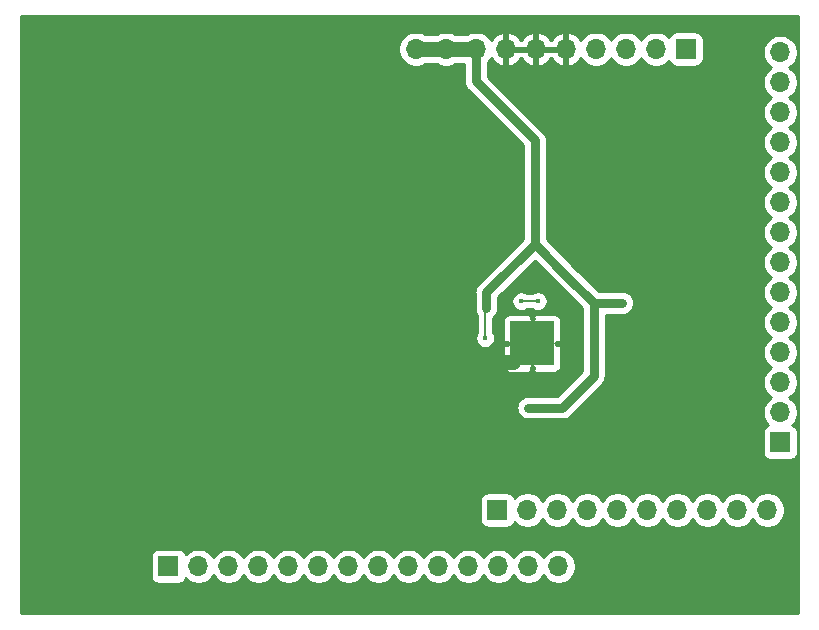
<source format=gbr>
%TF.GenerationSoftware,KiCad,Pcbnew,(5.1.10)-1*%
%TF.CreationDate,2022-01-27T03:50:03-08:00*%
%TF.ProjectId,schematic,73636865-6d61-4746-9963-2e6b69636164,rev?*%
%TF.SameCoordinates,Original*%
%TF.FileFunction,Copper,L2,Bot*%
%TF.FilePolarity,Positive*%
%FSLAX46Y46*%
G04 Gerber Fmt 4.6, Leading zero omitted, Abs format (unit mm)*
G04 Created by KiCad (PCBNEW (5.1.10)-1) date 2022-01-27 03:50:03*
%MOMM*%
%LPD*%
G01*
G04 APERTURE LIST*
%TA.AperFunction,ComponentPad*%
%ADD10O,1.700000X1.700000*%
%TD*%
%TA.AperFunction,ComponentPad*%
%ADD11R,1.700000X1.700000*%
%TD*%
%TA.AperFunction,SMDPad,CuDef*%
%ADD12R,3.700000X3.700000*%
%TD*%
%TA.AperFunction,ComponentPad*%
%ADD13C,0.500000*%
%TD*%
%TA.AperFunction,ViaPad*%
%ADD14C,0.400000*%
%TD*%
%TA.AperFunction,Conductor*%
%ADD15C,1.250000*%
%TD*%
%TA.AperFunction,Conductor*%
%ADD16C,0.127000*%
%TD*%
%TA.AperFunction,Conductor*%
%ADD17C,0.750000*%
%TD*%
%TA.AperFunction,Conductor*%
%ADD18C,0.254000*%
%TD*%
%TA.AperFunction,Conductor*%
%ADD19C,0.100000*%
%TD*%
G04 APERTURE END LIST*
D10*
%TO.P,J5,14*%
%TO.N,Net-(J5-Pad14)*%
X192036700Y-68567300D03*
%TO.P,J5,13*%
%TO.N,Net-(J5-Pad13)*%
X192036700Y-71107300D03*
%TO.P,J5,12*%
%TO.N,Net-(J5-Pad12)*%
X192036700Y-73647300D03*
%TO.P,J5,11*%
%TO.N,Net-(J5-Pad11)*%
X192036700Y-76187300D03*
%TO.P,J5,10*%
%TO.N,Net-(J5-Pad10)*%
X192036700Y-78727300D03*
%TO.P,J5,9*%
%TO.N,Net-(J5-Pad9)*%
X192036700Y-81267300D03*
%TO.P,J5,8*%
%TO.N,Net-(J5-Pad8)*%
X192036700Y-83807300D03*
%TO.P,J5,7*%
%TO.N,Net-(J5-Pad7)*%
X192036700Y-86347300D03*
%TO.P,J5,6*%
%TO.N,Net-(J5-Pad6)*%
X192036700Y-88887300D03*
%TO.P,J5,5*%
%TO.N,Net-(J5-Pad5)*%
X192036700Y-91427300D03*
%TO.P,J5,4*%
%TO.N,Net-(J5-Pad4)*%
X192036700Y-93967300D03*
%TO.P,J5,3*%
%TO.N,Net-(J5-Pad3)*%
X192036700Y-96507300D03*
%TO.P,J5,2*%
%TO.N,Net-(J5-Pad2)*%
X192036700Y-99047300D03*
D11*
%TO.P,J5,1*%
%TO.N,Net-(J5-Pad1)*%
X192036700Y-101587300D03*
%TD*%
D10*
%TO.P,J3,10*%
%TO.N,+3V3*%
X161201100Y-68287900D03*
%TO.P,J3,9*%
X163741100Y-68287900D03*
%TO.P,J3,8*%
X166281100Y-68287900D03*
%TO.P,J3,7*%
%TO.N,GND*%
X168821100Y-68287900D03*
%TO.P,J3,6*%
X171361100Y-68287900D03*
%TO.P,J3,5*%
X173901100Y-68287900D03*
%TO.P,J3,4*%
%TO.N,Net-(J3-Pad4)*%
X176441100Y-68287900D03*
%TO.P,J3,3*%
%TO.N,Net-(J3-Pad3)*%
X178981100Y-68287900D03*
%TO.P,J3,2*%
%TO.N,Net-(J3-Pad2)*%
X181521100Y-68287900D03*
D11*
%TO.P,J3,1*%
%TO.N,Net-(J3-Pad1)*%
X184061100Y-68287900D03*
%TD*%
D10*
%TO.P,J2,10*%
%TO.N,Net-(J2-Pad10)*%
X190957200Y-107315000D03*
%TO.P,J2,9*%
%TO.N,Net-(J2-Pad9)*%
X188417200Y-107315000D03*
%TO.P,J2,8*%
%TO.N,Net-(J2-Pad8)*%
X185877200Y-107315000D03*
%TO.P,J2,7*%
%TO.N,Net-(J2-Pad7)*%
X183337200Y-107315000D03*
%TO.P,J2,6*%
%TO.N,Net-(J2-Pad6)*%
X180797200Y-107315000D03*
%TO.P,J2,5*%
%TO.N,Net-(J2-Pad5)*%
X178257200Y-107315000D03*
%TO.P,J2,4*%
%TO.N,Net-(J2-Pad4)*%
X175717200Y-107315000D03*
%TO.P,J2,3*%
%TO.N,Net-(J2-Pad3)*%
X173177200Y-107315000D03*
%TO.P,J2,2*%
%TO.N,Net-(J2-Pad2)*%
X170637200Y-107315000D03*
D11*
%TO.P,J2,1*%
%TO.N,Net-(J2-Pad1)*%
X168097200Y-107315000D03*
%TD*%
D10*
%TO.P,J1,14*%
%TO.N,Net-(J1-Pad14)*%
X173266100Y-112077500D03*
%TO.P,J1,13*%
%TO.N,Net-(J1-Pad13)*%
X170726100Y-112077500D03*
%TO.P,J1,12*%
%TO.N,Net-(J1-Pad12)*%
X168186100Y-112077500D03*
%TO.P,J1,11*%
%TO.N,Net-(J1-Pad11)*%
X165646100Y-112077500D03*
%TO.P,J1,10*%
%TO.N,Net-(J1-Pad10)*%
X163106100Y-112077500D03*
%TO.P,J1,9*%
%TO.N,Net-(J1-Pad9)*%
X160566100Y-112077500D03*
%TO.P,J1,8*%
%TO.N,Net-(J1-Pad8)*%
X158026100Y-112077500D03*
%TO.P,J1,7*%
%TO.N,Net-(J1-Pad7)*%
X155486100Y-112077500D03*
%TO.P,J1,6*%
%TO.N,Net-(J1-Pad6)*%
X152946100Y-112077500D03*
%TO.P,J1,5*%
%TO.N,Net-(J1-Pad5)*%
X150406100Y-112077500D03*
%TO.P,J1,4*%
%TO.N,Net-(J1-Pad4)*%
X147866100Y-112077500D03*
%TO.P,J1,3*%
%TO.N,Net-(J1-Pad3)*%
X145326100Y-112077500D03*
%TO.P,J1,2*%
%TO.N,Net-(J1-Pad2)*%
X142786100Y-112077500D03*
D11*
%TO.P,J1,1*%
%TO.N,Net-(J1-Pad1)*%
X140246100Y-112077500D03*
%TD*%
D12*
%TO.P,U1,49*%
%TO.N,GND*%
X171030900Y-93205300D03*
D13*
X172630900Y-94805300D03*
X171564233Y-94805300D03*
X170497567Y-94805300D03*
X169430900Y-94805300D03*
X172630900Y-93738633D03*
X171564233Y-93738633D03*
X170497567Y-93738633D03*
X169430900Y-93738633D03*
X172630900Y-92671967D03*
X171564233Y-92671967D03*
X170497567Y-92671967D03*
X169430900Y-92671967D03*
X172630900Y-91605300D03*
X171564233Y-91605300D03*
X170497567Y-91605300D03*
X169430900Y-91605300D03*
%TD*%
D14*
%TO.N,GND*%
X168910000Y-83820000D03*
X137795000Y-73025000D03*
X137795000Y-82550000D03*
X150495000Y-72390000D03*
X151130000Y-83820000D03*
X133350000Y-104140000D03*
X141605000Y-100965000D03*
X188595000Y-113030000D03*
X180975000Y-112395000D03*
X180340000Y-87630000D03*
X173355000Y-102235000D03*
%TO.N,+3V3*%
X171513500Y-89623900D03*
X170115400Y-89636600D03*
X167055800Y-92760800D03*
X167170100Y-90195400D03*
X178671400Y-89776300D03*
X174028100Y-87553800D03*
X170713400Y-98640900D03*
%TD*%
D15*
%TO.N,GND*%
X169430900Y-94805300D02*
X168770500Y-94805300D01*
X168770500Y-94805300D02*
X166116000Y-97459800D01*
D16*
%TO.N,+3V3*%
X171513500Y-89623900D02*
X170281600Y-89623900D01*
X170268900Y-89636600D02*
X170115400Y-89636600D01*
X170281600Y-89623900D02*
X170268900Y-89636600D01*
X167055800Y-90309700D02*
X167170100Y-90195400D01*
X167055800Y-92760800D02*
X167055800Y-90309700D01*
D17*
X166281100Y-68287900D02*
X166281100Y-71031100D01*
X166281100Y-71031100D02*
X171272200Y-76022200D01*
X171272200Y-84797900D02*
X174028100Y-87553800D01*
X171272200Y-76022200D02*
X171272200Y-84797900D01*
X176250600Y-89776300D02*
X174028100Y-87553800D01*
X178671400Y-89776300D02*
X176250600Y-89776300D01*
X167170100Y-88900000D02*
X171272200Y-84797900D01*
X167170100Y-90195400D02*
X167170100Y-88900000D01*
X170713400Y-98640900D02*
X173558200Y-98640900D01*
X176250600Y-95948500D02*
X176250600Y-89776300D01*
X173558200Y-98640900D02*
X176250600Y-95948500D01*
D15*
X166281100Y-68287900D02*
X161201100Y-68287900D01*
%TD*%
D18*
%TO.N,GND*%
X193548000Y-116078000D02*
X127762000Y-116078000D01*
X127762000Y-111227500D01*
X138758028Y-111227500D01*
X138758028Y-112927500D01*
X138770288Y-113051982D01*
X138806598Y-113171680D01*
X138865563Y-113281994D01*
X138944915Y-113378685D01*
X139041606Y-113458037D01*
X139151920Y-113517002D01*
X139271618Y-113553312D01*
X139396100Y-113565572D01*
X141096100Y-113565572D01*
X141220582Y-113553312D01*
X141340280Y-113517002D01*
X141450594Y-113458037D01*
X141547285Y-113378685D01*
X141626637Y-113281994D01*
X141685602Y-113171680D01*
X141707613Y-113099120D01*
X141839468Y-113230975D01*
X142082689Y-113393490D01*
X142352942Y-113505432D01*
X142639840Y-113562500D01*
X142932360Y-113562500D01*
X143219258Y-113505432D01*
X143489511Y-113393490D01*
X143732732Y-113230975D01*
X143939575Y-113024132D01*
X144056100Y-112849740D01*
X144172625Y-113024132D01*
X144379468Y-113230975D01*
X144622689Y-113393490D01*
X144892942Y-113505432D01*
X145179840Y-113562500D01*
X145472360Y-113562500D01*
X145759258Y-113505432D01*
X146029511Y-113393490D01*
X146272732Y-113230975D01*
X146479575Y-113024132D01*
X146596100Y-112849740D01*
X146712625Y-113024132D01*
X146919468Y-113230975D01*
X147162689Y-113393490D01*
X147432942Y-113505432D01*
X147719840Y-113562500D01*
X148012360Y-113562500D01*
X148299258Y-113505432D01*
X148569511Y-113393490D01*
X148812732Y-113230975D01*
X149019575Y-113024132D01*
X149136100Y-112849740D01*
X149252625Y-113024132D01*
X149459468Y-113230975D01*
X149702689Y-113393490D01*
X149972942Y-113505432D01*
X150259840Y-113562500D01*
X150552360Y-113562500D01*
X150839258Y-113505432D01*
X151109511Y-113393490D01*
X151352732Y-113230975D01*
X151559575Y-113024132D01*
X151676100Y-112849740D01*
X151792625Y-113024132D01*
X151999468Y-113230975D01*
X152242689Y-113393490D01*
X152512942Y-113505432D01*
X152799840Y-113562500D01*
X153092360Y-113562500D01*
X153379258Y-113505432D01*
X153649511Y-113393490D01*
X153892732Y-113230975D01*
X154099575Y-113024132D01*
X154216100Y-112849740D01*
X154332625Y-113024132D01*
X154539468Y-113230975D01*
X154782689Y-113393490D01*
X155052942Y-113505432D01*
X155339840Y-113562500D01*
X155632360Y-113562500D01*
X155919258Y-113505432D01*
X156189511Y-113393490D01*
X156432732Y-113230975D01*
X156639575Y-113024132D01*
X156756100Y-112849740D01*
X156872625Y-113024132D01*
X157079468Y-113230975D01*
X157322689Y-113393490D01*
X157592942Y-113505432D01*
X157879840Y-113562500D01*
X158172360Y-113562500D01*
X158459258Y-113505432D01*
X158729511Y-113393490D01*
X158972732Y-113230975D01*
X159179575Y-113024132D01*
X159296100Y-112849740D01*
X159412625Y-113024132D01*
X159619468Y-113230975D01*
X159862689Y-113393490D01*
X160132942Y-113505432D01*
X160419840Y-113562500D01*
X160712360Y-113562500D01*
X160999258Y-113505432D01*
X161269511Y-113393490D01*
X161512732Y-113230975D01*
X161719575Y-113024132D01*
X161836100Y-112849740D01*
X161952625Y-113024132D01*
X162159468Y-113230975D01*
X162402689Y-113393490D01*
X162672942Y-113505432D01*
X162959840Y-113562500D01*
X163252360Y-113562500D01*
X163539258Y-113505432D01*
X163809511Y-113393490D01*
X164052732Y-113230975D01*
X164259575Y-113024132D01*
X164376100Y-112849740D01*
X164492625Y-113024132D01*
X164699468Y-113230975D01*
X164942689Y-113393490D01*
X165212942Y-113505432D01*
X165499840Y-113562500D01*
X165792360Y-113562500D01*
X166079258Y-113505432D01*
X166349511Y-113393490D01*
X166592732Y-113230975D01*
X166799575Y-113024132D01*
X166916100Y-112849740D01*
X167032625Y-113024132D01*
X167239468Y-113230975D01*
X167482689Y-113393490D01*
X167752942Y-113505432D01*
X168039840Y-113562500D01*
X168332360Y-113562500D01*
X168619258Y-113505432D01*
X168889511Y-113393490D01*
X169132732Y-113230975D01*
X169339575Y-113024132D01*
X169456100Y-112849740D01*
X169572625Y-113024132D01*
X169779468Y-113230975D01*
X170022689Y-113393490D01*
X170292942Y-113505432D01*
X170579840Y-113562500D01*
X170872360Y-113562500D01*
X171159258Y-113505432D01*
X171429511Y-113393490D01*
X171672732Y-113230975D01*
X171879575Y-113024132D01*
X171996100Y-112849740D01*
X172112625Y-113024132D01*
X172319468Y-113230975D01*
X172562689Y-113393490D01*
X172832942Y-113505432D01*
X173119840Y-113562500D01*
X173412360Y-113562500D01*
X173699258Y-113505432D01*
X173969511Y-113393490D01*
X174212732Y-113230975D01*
X174419575Y-113024132D01*
X174582090Y-112780911D01*
X174694032Y-112510658D01*
X174751100Y-112223760D01*
X174751100Y-111931240D01*
X174694032Y-111644342D01*
X174582090Y-111374089D01*
X174419575Y-111130868D01*
X174212732Y-110924025D01*
X173969511Y-110761510D01*
X173699258Y-110649568D01*
X173412360Y-110592500D01*
X173119840Y-110592500D01*
X172832942Y-110649568D01*
X172562689Y-110761510D01*
X172319468Y-110924025D01*
X172112625Y-111130868D01*
X171996100Y-111305260D01*
X171879575Y-111130868D01*
X171672732Y-110924025D01*
X171429511Y-110761510D01*
X171159258Y-110649568D01*
X170872360Y-110592500D01*
X170579840Y-110592500D01*
X170292942Y-110649568D01*
X170022689Y-110761510D01*
X169779468Y-110924025D01*
X169572625Y-111130868D01*
X169456100Y-111305260D01*
X169339575Y-111130868D01*
X169132732Y-110924025D01*
X168889511Y-110761510D01*
X168619258Y-110649568D01*
X168332360Y-110592500D01*
X168039840Y-110592500D01*
X167752942Y-110649568D01*
X167482689Y-110761510D01*
X167239468Y-110924025D01*
X167032625Y-111130868D01*
X166916100Y-111305260D01*
X166799575Y-111130868D01*
X166592732Y-110924025D01*
X166349511Y-110761510D01*
X166079258Y-110649568D01*
X165792360Y-110592500D01*
X165499840Y-110592500D01*
X165212942Y-110649568D01*
X164942689Y-110761510D01*
X164699468Y-110924025D01*
X164492625Y-111130868D01*
X164376100Y-111305260D01*
X164259575Y-111130868D01*
X164052732Y-110924025D01*
X163809511Y-110761510D01*
X163539258Y-110649568D01*
X163252360Y-110592500D01*
X162959840Y-110592500D01*
X162672942Y-110649568D01*
X162402689Y-110761510D01*
X162159468Y-110924025D01*
X161952625Y-111130868D01*
X161836100Y-111305260D01*
X161719575Y-111130868D01*
X161512732Y-110924025D01*
X161269511Y-110761510D01*
X160999258Y-110649568D01*
X160712360Y-110592500D01*
X160419840Y-110592500D01*
X160132942Y-110649568D01*
X159862689Y-110761510D01*
X159619468Y-110924025D01*
X159412625Y-111130868D01*
X159296100Y-111305260D01*
X159179575Y-111130868D01*
X158972732Y-110924025D01*
X158729511Y-110761510D01*
X158459258Y-110649568D01*
X158172360Y-110592500D01*
X157879840Y-110592500D01*
X157592942Y-110649568D01*
X157322689Y-110761510D01*
X157079468Y-110924025D01*
X156872625Y-111130868D01*
X156756100Y-111305260D01*
X156639575Y-111130868D01*
X156432732Y-110924025D01*
X156189511Y-110761510D01*
X155919258Y-110649568D01*
X155632360Y-110592500D01*
X155339840Y-110592500D01*
X155052942Y-110649568D01*
X154782689Y-110761510D01*
X154539468Y-110924025D01*
X154332625Y-111130868D01*
X154216100Y-111305260D01*
X154099575Y-111130868D01*
X153892732Y-110924025D01*
X153649511Y-110761510D01*
X153379258Y-110649568D01*
X153092360Y-110592500D01*
X152799840Y-110592500D01*
X152512942Y-110649568D01*
X152242689Y-110761510D01*
X151999468Y-110924025D01*
X151792625Y-111130868D01*
X151676100Y-111305260D01*
X151559575Y-111130868D01*
X151352732Y-110924025D01*
X151109511Y-110761510D01*
X150839258Y-110649568D01*
X150552360Y-110592500D01*
X150259840Y-110592500D01*
X149972942Y-110649568D01*
X149702689Y-110761510D01*
X149459468Y-110924025D01*
X149252625Y-111130868D01*
X149136100Y-111305260D01*
X149019575Y-111130868D01*
X148812732Y-110924025D01*
X148569511Y-110761510D01*
X148299258Y-110649568D01*
X148012360Y-110592500D01*
X147719840Y-110592500D01*
X147432942Y-110649568D01*
X147162689Y-110761510D01*
X146919468Y-110924025D01*
X146712625Y-111130868D01*
X146596100Y-111305260D01*
X146479575Y-111130868D01*
X146272732Y-110924025D01*
X146029511Y-110761510D01*
X145759258Y-110649568D01*
X145472360Y-110592500D01*
X145179840Y-110592500D01*
X144892942Y-110649568D01*
X144622689Y-110761510D01*
X144379468Y-110924025D01*
X144172625Y-111130868D01*
X144056100Y-111305260D01*
X143939575Y-111130868D01*
X143732732Y-110924025D01*
X143489511Y-110761510D01*
X143219258Y-110649568D01*
X142932360Y-110592500D01*
X142639840Y-110592500D01*
X142352942Y-110649568D01*
X142082689Y-110761510D01*
X141839468Y-110924025D01*
X141707613Y-111055880D01*
X141685602Y-110983320D01*
X141626637Y-110873006D01*
X141547285Y-110776315D01*
X141450594Y-110696963D01*
X141340280Y-110637998D01*
X141220582Y-110601688D01*
X141096100Y-110589428D01*
X139396100Y-110589428D01*
X139271618Y-110601688D01*
X139151920Y-110637998D01*
X139041606Y-110696963D01*
X138944915Y-110776315D01*
X138865563Y-110873006D01*
X138806598Y-110983320D01*
X138770288Y-111103018D01*
X138758028Y-111227500D01*
X127762000Y-111227500D01*
X127762000Y-106465000D01*
X166609128Y-106465000D01*
X166609128Y-108165000D01*
X166621388Y-108289482D01*
X166657698Y-108409180D01*
X166716663Y-108519494D01*
X166796015Y-108616185D01*
X166892706Y-108695537D01*
X167003020Y-108754502D01*
X167122718Y-108790812D01*
X167247200Y-108803072D01*
X168947200Y-108803072D01*
X169071682Y-108790812D01*
X169191380Y-108754502D01*
X169301694Y-108695537D01*
X169398385Y-108616185D01*
X169477737Y-108519494D01*
X169536702Y-108409180D01*
X169558713Y-108336620D01*
X169690568Y-108468475D01*
X169933789Y-108630990D01*
X170204042Y-108742932D01*
X170490940Y-108800000D01*
X170783460Y-108800000D01*
X171070358Y-108742932D01*
X171340611Y-108630990D01*
X171583832Y-108468475D01*
X171790675Y-108261632D01*
X171907200Y-108087240D01*
X172023725Y-108261632D01*
X172230568Y-108468475D01*
X172473789Y-108630990D01*
X172744042Y-108742932D01*
X173030940Y-108800000D01*
X173323460Y-108800000D01*
X173610358Y-108742932D01*
X173880611Y-108630990D01*
X174123832Y-108468475D01*
X174330675Y-108261632D01*
X174447200Y-108087240D01*
X174563725Y-108261632D01*
X174770568Y-108468475D01*
X175013789Y-108630990D01*
X175284042Y-108742932D01*
X175570940Y-108800000D01*
X175863460Y-108800000D01*
X176150358Y-108742932D01*
X176420611Y-108630990D01*
X176663832Y-108468475D01*
X176870675Y-108261632D01*
X176987200Y-108087240D01*
X177103725Y-108261632D01*
X177310568Y-108468475D01*
X177553789Y-108630990D01*
X177824042Y-108742932D01*
X178110940Y-108800000D01*
X178403460Y-108800000D01*
X178690358Y-108742932D01*
X178960611Y-108630990D01*
X179203832Y-108468475D01*
X179410675Y-108261632D01*
X179527200Y-108087240D01*
X179643725Y-108261632D01*
X179850568Y-108468475D01*
X180093789Y-108630990D01*
X180364042Y-108742932D01*
X180650940Y-108800000D01*
X180943460Y-108800000D01*
X181230358Y-108742932D01*
X181500611Y-108630990D01*
X181743832Y-108468475D01*
X181950675Y-108261632D01*
X182067200Y-108087240D01*
X182183725Y-108261632D01*
X182390568Y-108468475D01*
X182633789Y-108630990D01*
X182904042Y-108742932D01*
X183190940Y-108800000D01*
X183483460Y-108800000D01*
X183770358Y-108742932D01*
X184040611Y-108630990D01*
X184283832Y-108468475D01*
X184490675Y-108261632D01*
X184607200Y-108087240D01*
X184723725Y-108261632D01*
X184930568Y-108468475D01*
X185173789Y-108630990D01*
X185444042Y-108742932D01*
X185730940Y-108800000D01*
X186023460Y-108800000D01*
X186310358Y-108742932D01*
X186580611Y-108630990D01*
X186823832Y-108468475D01*
X187030675Y-108261632D01*
X187147200Y-108087240D01*
X187263725Y-108261632D01*
X187470568Y-108468475D01*
X187713789Y-108630990D01*
X187984042Y-108742932D01*
X188270940Y-108800000D01*
X188563460Y-108800000D01*
X188850358Y-108742932D01*
X189120611Y-108630990D01*
X189363832Y-108468475D01*
X189570675Y-108261632D01*
X189687200Y-108087240D01*
X189803725Y-108261632D01*
X190010568Y-108468475D01*
X190253789Y-108630990D01*
X190524042Y-108742932D01*
X190810940Y-108800000D01*
X191103460Y-108800000D01*
X191390358Y-108742932D01*
X191660611Y-108630990D01*
X191903832Y-108468475D01*
X192110675Y-108261632D01*
X192273190Y-108018411D01*
X192385132Y-107748158D01*
X192442200Y-107461260D01*
X192442200Y-107168740D01*
X192385132Y-106881842D01*
X192273190Y-106611589D01*
X192110675Y-106368368D01*
X191903832Y-106161525D01*
X191660611Y-105999010D01*
X191390358Y-105887068D01*
X191103460Y-105830000D01*
X190810940Y-105830000D01*
X190524042Y-105887068D01*
X190253789Y-105999010D01*
X190010568Y-106161525D01*
X189803725Y-106368368D01*
X189687200Y-106542760D01*
X189570675Y-106368368D01*
X189363832Y-106161525D01*
X189120611Y-105999010D01*
X188850358Y-105887068D01*
X188563460Y-105830000D01*
X188270940Y-105830000D01*
X187984042Y-105887068D01*
X187713789Y-105999010D01*
X187470568Y-106161525D01*
X187263725Y-106368368D01*
X187147200Y-106542760D01*
X187030675Y-106368368D01*
X186823832Y-106161525D01*
X186580611Y-105999010D01*
X186310358Y-105887068D01*
X186023460Y-105830000D01*
X185730940Y-105830000D01*
X185444042Y-105887068D01*
X185173789Y-105999010D01*
X184930568Y-106161525D01*
X184723725Y-106368368D01*
X184607200Y-106542760D01*
X184490675Y-106368368D01*
X184283832Y-106161525D01*
X184040611Y-105999010D01*
X183770358Y-105887068D01*
X183483460Y-105830000D01*
X183190940Y-105830000D01*
X182904042Y-105887068D01*
X182633789Y-105999010D01*
X182390568Y-106161525D01*
X182183725Y-106368368D01*
X182067200Y-106542760D01*
X181950675Y-106368368D01*
X181743832Y-106161525D01*
X181500611Y-105999010D01*
X181230358Y-105887068D01*
X180943460Y-105830000D01*
X180650940Y-105830000D01*
X180364042Y-105887068D01*
X180093789Y-105999010D01*
X179850568Y-106161525D01*
X179643725Y-106368368D01*
X179527200Y-106542760D01*
X179410675Y-106368368D01*
X179203832Y-106161525D01*
X178960611Y-105999010D01*
X178690358Y-105887068D01*
X178403460Y-105830000D01*
X178110940Y-105830000D01*
X177824042Y-105887068D01*
X177553789Y-105999010D01*
X177310568Y-106161525D01*
X177103725Y-106368368D01*
X176987200Y-106542760D01*
X176870675Y-106368368D01*
X176663832Y-106161525D01*
X176420611Y-105999010D01*
X176150358Y-105887068D01*
X175863460Y-105830000D01*
X175570940Y-105830000D01*
X175284042Y-105887068D01*
X175013789Y-105999010D01*
X174770568Y-106161525D01*
X174563725Y-106368368D01*
X174447200Y-106542760D01*
X174330675Y-106368368D01*
X174123832Y-106161525D01*
X173880611Y-105999010D01*
X173610358Y-105887068D01*
X173323460Y-105830000D01*
X173030940Y-105830000D01*
X172744042Y-105887068D01*
X172473789Y-105999010D01*
X172230568Y-106161525D01*
X172023725Y-106368368D01*
X171907200Y-106542760D01*
X171790675Y-106368368D01*
X171583832Y-106161525D01*
X171340611Y-105999010D01*
X171070358Y-105887068D01*
X170783460Y-105830000D01*
X170490940Y-105830000D01*
X170204042Y-105887068D01*
X169933789Y-105999010D01*
X169690568Y-106161525D01*
X169558713Y-106293380D01*
X169536702Y-106220820D01*
X169477737Y-106110506D01*
X169398385Y-106013815D01*
X169301694Y-105934463D01*
X169191380Y-105875498D01*
X169071682Y-105839188D01*
X168947200Y-105826928D01*
X167247200Y-105826928D01*
X167122718Y-105839188D01*
X167003020Y-105875498D01*
X166892706Y-105934463D01*
X166796015Y-106013815D01*
X166716663Y-106110506D01*
X166657698Y-106220820D01*
X166621388Y-106340518D01*
X166609128Y-106465000D01*
X127762000Y-106465000D01*
X127762000Y-100737300D01*
X190548628Y-100737300D01*
X190548628Y-102437300D01*
X190560888Y-102561782D01*
X190597198Y-102681480D01*
X190656163Y-102791794D01*
X190735515Y-102888485D01*
X190832206Y-102967837D01*
X190942520Y-103026802D01*
X191062218Y-103063112D01*
X191186700Y-103075372D01*
X192886700Y-103075372D01*
X193011182Y-103063112D01*
X193130880Y-103026802D01*
X193241194Y-102967837D01*
X193337885Y-102888485D01*
X193417237Y-102791794D01*
X193476202Y-102681480D01*
X193512512Y-102561782D01*
X193524772Y-102437300D01*
X193524772Y-100737300D01*
X193512512Y-100612818D01*
X193476202Y-100493120D01*
X193417237Y-100382806D01*
X193337885Y-100286115D01*
X193241194Y-100206763D01*
X193130880Y-100147798D01*
X193058320Y-100125787D01*
X193190175Y-99993932D01*
X193352690Y-99750711D01*
X193464632Y-99480458D01*
X193521700Y-99193560D01*
X193521700Y-98901040D01*
X193464632Y-98614142D01*
X193352690Y-98343889D01*
X193190175Y-98100668D01*
X192983332Y-97893825D01*
X192808940Y-97777300D01*
X192983332Y-97660775D01*
X193190175Y-97453932D01*
X193352690Y-97210711D01*
X193464632Y-96940458D01*
X193521700Y-96653560D01*
X193521700Y-96361040D01*
X193464632Y-96074142D01*
X193352690Y-95803889D01*
X193190175Y-95560668D01*
X192983332Y-95353825D01*
X192808940Y-95237300D01*
X192983332Y-95120775D01*
X193190175Y-94913932D01*
X193352690Y-94670711D01*
X193464632Y-94400458D01*
X193521700Y-94113560D01*
X193521700Y-93821040D01*
X193464632Y-93534142D01*
X193352690Y-93263889D01*
X193190175Y-93020668D01*
X192983332Y-92813825D01*
X192808940Y-92697300D01*
X192983332Y-92580775D01*
X193190175Y-92373932D01*
X193352690Y-92130711D01*
X193464632Y-91860458D01*
X193521700Y-91573560D01*
X193521700Y-91281040D01*
X193464632Y-90994142D01*
X193352690Y-90723889D01*
X193190175Y-90480668D01*
X192983332Y-90273825D01*
X192808940Y-90157300D01*
X192983332Y-90040775D01*
X193190175Y-89833932D01*
X193352690Y-89590711D01*
X193464632Y-89320458D01*
X193521700Y-89033560D01*
X193521700Y-88741040D01*
X193464632Y-88454142D01*
X193352690Y-88183889D01*
X193190175Y-87940668D01*
X192983332Y-87733825D01*
X192808940Y-87617300D01*
X192983332Y-87500775D01*
X193190175Y-87293932D01*
X193352690Y-87050711D01*
X193464632Y-86780458D01*
X193521700Y-86493560D01*
X193521700Y-86201040D01*
X193464632Y-85914142D01*
X193352690Y-85643889D01*
X193190175Y-85400668D01*
X192983332Y-85193825D01*
X192808940Y-85077300D01*
X192983332Y-84960775D01*
X193190175Y-84753932D01*
X193352690Y-84510711D01*
X193464632Y-84240458D01*
X193521700Y-83953560D01*
X193521700Y-83661040D01*
X193464632Y-83374142D01*
X193352690Y-83103889D01*
X193190175Y-82860668D01*
X192983332Y-82653825D01*
X192808940Y-82537300D01*
X192983332Y-82420775D01*
X193190175Y-82213932D01*
X193352690Y-81970711D01*
X193464632Y-81700458D01*
X193521700Y-81413560D01*
X193521700Y-81121040D01*
X193464632Y-80834142D01*
X193352690Y-80563889D01*
X193190175Y-80320668D01*
X192983332Y-80113825D01*
X192808940Y-79997300D01*
X192983332Y-79880775D01*
X193190175Y-79673932D01*
X193352690Y-79430711D01*
X193464632Y-79160458D01*
X193521700Y-78873560D01*
X193521700Y-78581040D01*
X193464632Y-78294142D01*
X193352690Y-78023889D01*
X193190175Y-77780668D01*
X192983332Y-77573825D01*
X192808940Y-77457300D01*
X192983332Y-77340775D01*
X193190175Y-77133932D01*
X193352690Y-76890711D01*
X193464632Y-76620458D01*
X193521700Y-76333560D01*
X193521700Y-76041040D01*
X193464632Y-75754142D01*
X193352690Y-75483889D01*
X193190175Y-75240668D01*
X192983332Y-75033825D01*
X192808940Y-74917300D01*
X192983332Y-74800775D01*
X193190175Y-74593932D01*
X193352690Y-74350711D01*
X193464632Y-74080458D01*
X193521700Y-73793560D01*
X193521700Y-73501040D01*
X193464632Y-73214142D01*
X193352690Y-72943889D01*
X193190175Y-72700668D01*
X192983332Y-72493825D01*
X192808940Y-72377300D01*
X192983332Y-72260775D01*
X193190175Y-72053932D01*
X193352690Y-71810711D01*
X193464632Y-71540458D01*
X193521700Y-71253560D01*
X193521700Y-70961040D01*
X193464632Y-70674142D01*
X193352690Y-70403889D01*
X193190175Y-70160668D01*
X192983332Y-69953825D01*
X192808940Y-69837300D01*
X192983332Y-69720775D01*
X193190175Y-69513932D01*
X193352690Y-69270711D01*
X193464632Y-69000458D01*
X193521700Y-68713560D01*
X193521700Y-68421040D01*
X193464632Y-68134142D01*
X193352690Y-67863889D01*
X193190175Y-67620668D01*
X192983332Y-67413825D01*
X192740111Y-67251310D01*
X192469858Y-67139368D01*
X192182960Y-67082300D01*
X191890440Y-67082300D01*
X191603542Y-67139368D01*
X191333289Y-67251310D01*
X191090068Y-67413825D01*
X190883225Y-67620668D01*
X190720710Y-67863889D01*
X190608768Y-68134142D01*
X190551700Y-68421040D01*
X190551700Y-68713560D01*
X190608768Y-69000458D01*
X190720710Y-69270711D01*
X190883225Y-69513932D01*
X191090068Y-69720775D01*
X191264460Y-69837300D01*
X191090068Y-69953825D01*
X190883225Y-70160668D01*
X190720710Y-70403889D01*
X190608768Y-70674142D01*
X190551700Y-70961040D01*
X190551700Y-71253560D01*
X190608768Y-71540458D01*
X190720710Y-71810711D01*
X190883225Y-72053932D01*
X191090068Y-72260775D01*
X191264460Y-72377300D01*
X191090068Y-72493825D01*
X190883225Y-72700668D01*
X190720710Y-72943889D01*
X190608768Y-73214142D01*
X190551700Y-73501040D01*
X190551700Y-73793560D01*
X190608768Y-74080458D01*
X190720710Y-74350711D01*
X190883225Y-74593932D01*
X191090068Y-74800775D01*
X191264460Y-74917300D01*
X191090068Y-75033825D01*
X190883225Y-75240668D01*
X190720710Y-75483889D01*
X190608768Y-75754142D01*
X190551700Y-76041040D01*
X190551700Y-76333560D01*
X190608768Y-76620458D01*
X190720710Y-76890711D01*
X190883225Y-77133932D01*
X191090068Y-77340775D01*
X191264460Y-77457300D01*
X191090068Y-77573825D01*
X190883225Y-77780668D01*
X190720710Y-78023889D01*
X190608768Y-78294142D01*
X190551700Y-78581040D01*
X190551700Y-78873560D01*
X190608768Y-79160458D01*
X190720710Y-79430711D01*
X190883225Y-79673932D01*
X191090068Y-79880775D01*
X191264460Y-79997300D01*
X191090068Y-80113825D01*
X190883225Y-80320668D01*
X190720710Y-80563889D01*
X190608768Y-80834142D01*
X190551700Y-81121040D01*
X190551700Y-81413560D01*
X190608768Y-81700458D01*
X190720710Y-81970711D01*
X190883225Y-82213932D01*
X191090068Y-82420775D01*
X191264460Y-82537300D01*
X191090068Y-82653825D01*
X190883225Y-82860668D01*
X190720710Y-83103889D01*
X190608768Y-83374142D01*
X190551700Y-83661040D01*
X190551700Y-83953560D01*
X190608768Y-84240458D01*
X190720710Y-84510711D01*
X190883225Y-84753932D01*
X191090068Y-84960775D01*
X191264460Y-85077300D01*
X191090068Y-85193825D01*
X190883225Y-85400668D01*
X190720710Y-85643889D01*
X190608768Y-85914142D01*
X190551700Y-86201040D01*
X190551700Y-86493560D01*
X190608768Y-86780458D01*
X190720710Y-87050711D01*
X190883225Y-87293932D01*
X191090068Y-87500775D01*
X191264460Y-87617300D01*
X191090068Y-87733825D01*
X190883225Y-87940668D01*
X190720710Y-88183889D01*
X190608768Y-88454142D01*
X190551700Y-88741040D01*
X190551700Y-89033560D01*
X190608768Y-89320458D01*
X190720710Y-89590711D01*
X190883225Y-89833932D01*
X191090068Y-90040775D01*
X191264460Y-90157300D01*
X191090068Y-90273825D01*
X190883225Y-90480668D01*
X190720710Y-90723889D01*
X190608768Y-90994142D01*
X190551700Y-91281040D01*
X190551700Y-91573560D01*
X190608768Y-91860458D01*
X190720710Y-92130711D01*
X190883225Y-92373932D01*
X191090068Y-92580775D01*
X191264460Y-92697300D01*
X191090068Y-92813825D01*
X190883225Y-93020668D01*
X190720710Y-93263889D01*
X190608768Y-93534142D01*
X190551700Y-93821040D01*
X190551700Y-94113560D01*
X190608768Y-94400458D01*
X190720710Y-94670711D01*
X190883225Y-94913932D01*
X191090068Y-95120775D01*
X191264460Y-95237300D01*
X191090068Y-95353825D01*
X190883225Y-95560668D01*
X190720710Y-95803889D01*
X190608768Y-96074142D01*
X190551700Y-96361040D01*
X190551700Y-96653560D01*
X190608768Y-96940458D01*
X190720710Y-97210711D01*
X190883225Y-97453932D01*
X191090068Y-97660775D01*
X191264460Y-97777300D01*
X191090068Y-97893825D01*
X190883225Y-98100668D01*
X190720710Y-98343889D01*
X190608768Y-98614142D01*
X190551700Y-98901040D01*
X190551700Y-99193560D01*
X190608768Y-99480458D01*
X190720710Y-99750711D01*
X190883225Y-99993932D01*
X191015080Y-100125787D01*
X190942520Y-100147798D01*
X190832206Y-100206763D01*
X190735515Y-100286115D01*
X190656163Y-100382806D01*
X190597198Y-100493120D01*
X190560888Y-100612818D01*
X190548628Y-100737300D01*
X127762000Y-100737300D01*
X127762000Y-68141640D01*
X159716100Y-68141640D01*
X159716100Y-68434160D01*
X159773168Y-68721058D01*
X159885110Y-68991311D01*
X160047625Y-69234532D01*
X160254468Y-69441375D01*
X160497689Y-69603890D01*
X160767942Y-69715832D01*
X161054840Y-69772900D01*
X161347360Y-69772900D01*
X161634258Y-69715832D01*
X161904511Y-69603890D01*
X161988306Y-69547900D01*
X162953894Y-69547900D01*
X163037689Y-69603890D01*
X163307942Y-69715832D01*
X163594840Y-69772900D01*
X163887360Y-69772900D01*
X164174258Y-69715832D01*
X164444511Y-69603890D01*
X164528306Y-69547900D01*
X165271100Y-69547900D01*
X165271101Y-70981483D01*
X165266214Y-71031100D01*
X165285715Y-71229094D01*
X165343468Y-71419479D01*
X165343469Y-71419480D01*
X165437254Y-71594940D01*
X165563468Y-71748733D01*
X165602001Y-71780356D01*
X170262200Y-76440555D01*
X170262201Y-84379543D01*
X166491001Y-88150744D01*
X166452468Y-88182367D01*
X166420845Y-88220900D01*
X166420844Y-88220901D01*
X166326254Y-88336160D01*
X166232468Y-88511621D01*
X166174715Y-88702006D01*
X166155214Y-88900000D01*
X166160101Y-88949617D01*
X166160100Y-90245007D01*
X166174715Y-90393393D01*
X166232468Y-90583779D01*
X166326253Y-90759240D01*
X166357301Y-90797072D01*
X166357300Y-92303219D01*
X166315833Y-92365279D01*
X166252889Y-92517240D01*
X166220800Y-92678560D01*
X166220800Y-92843040D01*
X166252889Y-93004360D01*
X166315833Y-93156321D01*
X166407213Y-93293081D01*
X166523519Y-93409387D01*
X166660279Y-93500767D01*
X166812240Y-93563711D01*
X166973560Y-93595800D01*
X167138040Y-93595800D01*
X167299360Y-93563711D01*
X167451321Y-93500767D01*
X167588081Y-93409387D01*
X167704387Y-93293081D01*
X167795767Y-93156321D01*
X167858711Y-93004360D01*
X167890800Y-92843040D01*
X167890800Y-92678560D01*
X167858711Y-92517240D01*
X167795767Y-92365279D01*
X167754300Y-92303219D01*
X167754300Y-91355300D01*
X168542828Y-91355300D01*
X168545900Y-92919550D01*
X168596281Y-92969931D01*
X168646073Y-93090141D01*
X168834736Y-93094183D01*
X168850619Y-93078300D01*
X169010059Y-93078300D01*
X169008684Y-93142469D01*
X169071515Y-93205300D01*
X169008684Y-93268131D01*
X169010059Y-93332300D01*
X168850619Y-93332300D01*
X168834736Y-93316417D01*
X168646073Y-93320459D01*
X168596596Y-93440354D01*
X168545900Y-93491050D01*
X168542828Y-95055300D01*
X168555088Y-95179782D01*
X168591398Y-95299480D01*
X168650363Y-95409794D01*
X168729715Y-95506485D01*
X168826406Y-95585837D01*
X168936720Y-95644802D01*
X169056418Y-95681112D01*
X169180900Y-95693372D01*
X170745150Y-95690300D01*
X170795531Y-95639919D01*
X170915741Y-95590127D01*
X170919783Y-95401464D01*
X170903900Y-95385581D01*
X170903900Y-95226141D01*
X170968069Y-95227516D01*
X171030900Y-95164685D01*
X171093731Y-95227516D01*
X171157900Y-95226141D01*
X171157900Y-95385581D01*
X171142017Y-95401464D01*
X171146059Y-95590127D01*
X171265954Y-95639604D01*
X171316650Y-95690300D01*
X172880900Y-95693372D01*
X173005382Y-95681112D01*
X173125080Y-95644802D01*
X173235394Y-95585837D01*
X173332085Y-95506485D01*
X173411437Y-95409794D01*
X173470402Y-95299480D01*
X173506712Y-95179782D01*
X173518972Y-95055300D01*
X173515900Y-93491050D01*
X173465519Y-93440669D01*
X173415727Y-93320459D01*
X173227064Y-93316417D01*
X173211181Y-93332300D01*
X173051741Y-93332300D01*
X173053116Y-93268131D01*
X172990285Y-93205300D01*
X173053116Y-93142469D01*
X173051741Y-93078300D01*
X173211181Y-93078300D01*
X173227064Y-93094183D01*
X173415727Y-93090141D01*
X173465204Y-92970246D01*
X173515900Y-92919550D01*
X173518972Y-91355300D01*
X173506712Y-91230818D01*
X173470402Y-91111120D01*
X173411437Y-91000806D01*
X173332085Y-90904115D01*
X173235394Y-90824763D01*
X173125080Y-90765798D01*
X173005382Y-90729488D01*
X172880900Y-90717228D01*
X171316650Y-90720300D01*
X171266269Y-90770681D01*
X171146059Y-90820473D01*
X171142017Y-91009136D01*
X171157900Y-91025019D01*
X171157900Y-91184459D01*
X171093731Y-91183084D01*
X171030900Y-91245915D01*
X170968069Y-91183084D01*
X170903900Y-91184459D01*
X170903900Y-91025019D01*
X170919783Y-91009136D01*
X170915741Y-90820473D01*
X170795846Y-90770996D01*
X170745150Y-90720300D01*
X169180900Y-90717228D01*
X169056418Y-90729488D01*
X168936720Y-90765798D01*
X168826406Y-90824763D01*
X168729715Y-90904115D01*
X168650363Y-91000806D01*
X168591398Y-91111120D01*
X168555088Y-91230818D01*
X168542828Y-91355300D01*
X167754300Y-91355300D01*
X167754300Y-91022538D01*
X167887733Y-90913033D01*
X168013947Y-90759240D01*
X168107732Y-90583780D01*
X168165485Y-90393394D01*
X168180100Y-90245008D01*
X168180100Y-89554360D01*
X169280400Y-89554360D01*
X169280400Y-89718840D01*
X169312489Y-89880160D01*
X169375433Y-90032121D01*
X169466813Y-90168881D01*
X169583119Y-90285187D01*
X169719879Y-90376567D01*
X169871840Y-90439511D01*
X170033160Y-90471600D01*
X170197640Y-90471600D01*
X170358960Y-90439511D01*
X170510921Y-90376567D01*
X170591988Y-90322400D01*
X171055919Y-90322400D01*
X171117979Y-90363867D01*
X171269940Y-90426811D01*
X171431260Y-90458900D01*
X171595740Y-90458900D01*
X171757060Y-90426811D01*
X171909021Y-90363867D01*
X172045781Y-90272487D01*
X172162087Y-90156181D01*
X172253467Y-90019421D01*
X172316411Y-89867460D01*
X172348500Y-89706140D01*
X172348500Y-89541660D01*
X172316411Y-89380340D01*
X172253467Y-89228379D01*
X172162087Y-89091619D01*
X172045781Y-88975313D01*
X171909021Y-88883933D01*
X171757060Y-88820989D01*
X171595740Y-88788900D01*
X171431260Y-88788900D01*
X171269940Y-88820989D01*
X171117979Y-88883933D01*
X171055919Y-88925400D01*
X170553974Y-88925400D01*
X170510921Y-88896633D01*
X170358960Y-88833689D01*
X170197640Y-88801600D01*
X170033160Y-88801600D01*
X169871840Y-88833689D01*
X169719879Y-88896633D01*
X169583119Y-88988013D01*
X169466813Y-89104319D01*
X169375433Y-89241079D01*
X169312489Y-89393040D01*
X169280400Y-89554360D01*
X168180100Y-89554360D01*
X168180100Y-89318355D01*
X171272200Y-86226255D01*
X173278844Y-88232899D01*
X175240601Y-90194657D01*
X175240600Y-95530144D01*
X173139845Y-97630900D01*
X170663792Y-97630900D01*
X170515406Y-97645515D01*
X170325020Y-97703268D01*
X170149560Y-97797053D01*
X169995767Y-97923267D01*
X169869553Y-98077060D01*
X169775768Y-98252520D01*
X169718015Y-98442906D01*
X169698514Y-98640900D01*
X169718015Y-98838894D01*
X169775768Y-99029280D01*
X169869553Y-99204740D01*
X169995767Y-99358533D01*
X170149560Y-99484747D01*
X170325020Y-99578532D01*
X170515406Y-99636285D01*
X170663792Y-99650900D01*
X173508592Y-99650900D01*
X173558200Y-99655786D01*
X173756194Y-99636285D01*
X173946580Y-99578532D01*
X174122040Y-99484747D01*
X174275833Y-99358533D01*
X174307461Y-99319994D01*
X176929700Y-96697756D01*
X176968233Y-96666133D01*
X177094447Y-96512340D01*
X177188232Y-96336880D01*
X177245985Y-96146494D01*
X177260600Y-95998108D01*
X177260600Y-95998107D01*
X177265486Y-95948500D01*
X177260600Y-95898892D01*
X177260600Y-90786300D01*
X178721008Y-90786300D01*
X178869394Y-90771685D01*
X179059780Y-90713932D01*
X179235240Y-90620147D01*
X179389033Y-90493933D01*
X179515247Y-90340140D01*
X179609032Y-90164680D01*
X179666785Y-89974294D01*
X179686286Y-89776300D01*
X179666785Y-89578306D01*
X179609032Y-89387920D01*
X179515247Y-89212460D01*
X179389033Y-89058667D01*
X179235240Y-88932453D01*
X179059780Y-88838668D01*
X178869394Y-88780915D01*
X178721008Y-88766300D01*
X176668956Y-88766300D01*
X174707199Y-86804544D01*
X172282200Y-84379545D01*
X172282200Y-76071804D01*
X172287086Y-76022199D01*
X172282200Y-75972592D01*
X172267585Y-75824206D01*
X172209832Y-75633820D01*
X172116047Y-75458360D01*
X171989833Y-75304567D01*
X171951294Y-75272939D01*
X167291100Y-70612745D01*
X167291100Y-69378007D01*
X167434575Y-69234532D01*
X167556295Y-69052366D01*
X167625922Y-69169255D01*
X167820831Y-69385488D01*
X168054180Y-69559541D01*
X168317001Y-69684725D01*
X168464210Y-69729376D01*
X168694100Y-69608055D01*
X168694100Y-68414900D01*
X168948100Y-68414900D01*
X168948100Y-69608055D01*
X169177990Y-69729376D01*
X169325199Y-69684725D01*
X169588020Y-69559541D01*
X169821369Y-69385488D01*
X170016278Y-69169255D01*
X170091100Y-69043645D01*
X170165922Y-69169255D01*
X170360831Y-69385488D01*
X170594180Y-69559541D01*
X170857001Y-69684725D01*
X171004210Y-69729376D01*
X171234100Y-69608055D01*
X171234100Y-68414900D01*
X171488100Y-68414900D01*
X171488100Y-69608055D01*
X171717990Y-69729376D01*
X171865199Y-69684725D01*
X172128020Y-69559541D01*
X172361369Y-69385488D01*
X172556278Y-69169255D01*
X172631100Y-69043645D01*
X172705922Y-69169255D01*
X172900831Y-69385488D01*
X173134180Y-69559541D01*
X173397001Y-69684725D01*
X173544210Y-69729376D01*
X173774100Y-69608055D01*
X173774100Y-68414900D01*
X171488100Y-68414900D01*
X171234100Y-68414900D01*
X168948100Y-68414900D01*
X168694100Y-68414900D01*
X168674100Y-68414900D01*
X168674100Y-68160900D01*
X168694100Y-68160900D01*
X168694100Y-66967745D01*
X168948100Y-66967745D01*
X168948100Y-68160900D01*
X171234100Y-68160900D01*
X171234100Y-66967745D01*
X171488100Y-66967745D01*
X171488100Y-68160900D01*
X173774100Y-68160900D01*
X173774100Y-66967745D01*
X174028100Y-66967745D01*
X174028100Y-68160900D01*
X174048100Y-68160900D01*
X174048100Y-68414900D01*
X174028100Y-68414900D01*
X174028100Y-69608055D01*
X174257990Y-69729376D01*
X174405199Y-69684725D01*
X174668020Y-69559541D01*
X174901369Y-69385488D01*
X175096278Y-69169255D01*
X175165905Y-69052366D01*
X175287625Y-69234532D01*
X175494468Y-69441375D01*
X175737689Y-69603890D01*
X176007942Y-69715832D01*
X176294840Y-69772900D01*
X176587360Y-69772900D01*
X176874258Y-69715832D01*
X177144511Y-69603890D01*
X177387732Y-69441375D01*
X177594575Y-69234532D01*
X177711100Y-69060140D01*
X177827625Y-69234532D01*
X178034468Y-69441375D01*
X178277689Y-69603890D01*
X178547942Y-69715832D01*
X178834840Y-69772900D01*
X179127360Y-69772900D01*
X179414258Y-69715832D01*
X179684511Y-69603890D01*
X179927732Y-69441375D01*
X180134575Y-69234532D01*
X180251100Y-69060140D01*
X180367625Y-69234532D01*
X180574468Y-69441375D01*
X180817689Y-69603890D01*
X181087942Y-69715832D01*
X181374840Y-69772900D01*
X181667360Y-69772900D01*
X181954258Y-69715832D01*
X182224511Y-69603890D01*
X182467732Y-69441375D01*
X182599587Y-69309520D01*
X182621598Y-69382080D01*
X182680563Y-69492394D01*
X182759915Y-69589085D01*
X182856606Y-69668437D01*
X182966920Y-69727402D01*
X183086618Y-69763712D01*
X183211100Y-69775972D01*
X184911100Y-69775972D01*
X185035582Y-69763712D01*
X185155280Y-69727402D01*
X185265594Y-69668437D01*
X185362285Y-69589085D01*
X185441637Y-69492394D01*
X185500602Y-69382080D01*
X185536912Y-69262382D01*
X185549172Y-69137900D01*
X185549172Y-67437900D01*
X185536912Y-67313418D01*
X185500602Y-67193720D01*
X185441637Y-67083406D01*
X185362285Y-66986715D01*
X185265594Y-66907363D01*
X185155280Y-66848398D01*
X185035582Y-66812088D01*
X184911100Y-66799828D01*
X183211100Y-66799828D01*
X183086618Y-66812088D01*
X182966920Y-66848398D01*
X182856606Y-66907363D01*
X182759915Y-66986715D01*
X182680563Y-67083406D01*
X182621598Y-67193720D01*
X182599587Y-67266280D01*
X182467732Y-67134425D01*
X182224511Y-66971910D01*
X181954258Y-66859968D01*
X181667360Y-66802900D01*
X181374840Y-66802900D01*
X181087942Y-66859968D01*
X180817689Y-66971910D01*
X180574468Y-67134425D01*
X180367625Y-67341268D01*
X180251100Y-67515660D01*
X180134575Y-67341268D01*
X179927732Y-67134425D01*
X179684511Y-66971910D01*
X179414258Y-66859968D01*
X179127360Y-66802900D01*
X178834840Y-66802900D01*
X178547942Y-66859968D01*
X178277689Y-66971910D01*
X178034468Y-67134425D01*
X177827625Y-67341268D01*
X177711100Y-67515660D01*
X177594575Y-67341268D01*
X177387732Y-67134425D01*
X177144511Y-66971910D01*
X176874258Y-66859968D01*
X176587360Y-66802900D01*
X176294840Y-66802900D01*
X176007942Y-66859968D01*
X175737689Y-66971910D01*
X175494468Y-67134425D01*
X175287625Y-67341268D01*
X175165905Y-67523434D01*
X175096278Y-67406545D01*
X174901369Y-67190312D01*
X174668020Y-67016259D01*
X174405199Y-66891075D01*
X174257990Y-66846424D01*
X174028100Y-66967745D01*
X173774100Y-66967745D01*
X173544210Y-66846424D01*
X173397001Y-66891075D01*
X173134180Y-67016259D01*
X172900831Y-67190312D01*
X172705922Y-67406545D01*
X172631100Y-67532155D01*
X172556278Y-67406545D01*
X172361369Y-67190312D01*
X172128020Y-67016259D01*
X171865199Y-66891075D01*
X171717990Y-66846424D01*
X171488100Y-66967745D01*
X171234100Y-66967745D01*
X171004210Y-66846424D01*
X170857001Y-66891075D01*
X170594180Y-67016259D01*
X170360831Y-67190312D01*
X170165922Y-67406545D01*
X170091100Y-67532155D01*
X170016278Y-67406545D01*
X169821369Y-67190312D01*
X169588020Y-67016259D01*
X169325199Y-66891075D01*
X169177990Y-66846424D01*
X168948100Y-66967745D01*
X168694100Y-66967745D01*
X168464210Y-66846424D01*
X168317001Y-66891075D01*
X168054180Y-67016259D01*
X167820831Y-67190312D01*
X167625922Y-67406545D01*
X167556295Y-67523434D01*
X167434575Y-67341268D01*
X167227732Y-67134425D01*
X166984511Y-66971910D01*
X166714258Y-66859968D01*
X166427360Y-66802900D01*
X166134840Y-66802900D01*
X165847942Y-66859968D01*
X165577689Y-66971910D01*
X165493894Y-67027900D01*
X164528306Y-67027900D01*
X164444511Y-66971910D01*
X164174258Y-66859968D01*
X163887360Y-66802900D01*
X163594840Y-66802900D01*
X163307942Y-66859968D01*
X163037689Y-66971910D01*
X162953894Y-67027900D01*
X161988306Y-67027900D01*
X161904511Y-66971910D01*
X161634258Y-66859968D01*
X161347360Y-66802900D01*
X161054840Y-66802900D01*
X160767942Y-66859968D01*
X160497689Y-66971910D01*
X160254468Y-67134425D01*
X160047625Y-67341268D01*
X159885110Y-67584489D01*
X159773168Y-67854742D01*
X159716100Y-68141640D01*
X127762000Y-68141640D01*
X127762000Y-65532000D01*
X193548000Y-65532000D01*
X193548000Y-116078000D01*
%TA.AperFunction,Conductor*%
D19*
G36*
X193548000Y-116078000D02*
G01*
X127762000Y-116078000D01*
X127762000Y-111227500D01*
X138758028Y-111227500D01*
X138758028Y-112927500D01*
X138770288Y-113051982D01*
X138806598Y-113171680D01*
X138865563Y-113281994D01*
X138944915Y-113378685D01*
X139041606Y-113458037D01*
X139151920Y-113517002D01*
X139271618Y-113553312D01*
X139396100Y-113565572D01*
X141096100Y-113565572D01*
X141220582Y-113553312D01*
X141340280Y-113517002D01*
X141450594Y-113458037D01*
X141547285Y-113378685D01*
X141626637Y-113281994D01*
X141685602Y-113171680D01*
X141707613Y-113099120D01*
X141839468Y-113230975D01*
X142082689Y-113393490D01*
X142352942Y-113505432D01*
X142639840Y-113562500D01*
X142932360Y-113562500D01*
X143219258Y-113505432D01*
X143489511Y-113393490D01*
X143732732Y-113230975D01*
X143939575Y-113024132D01*
X144056100Y-112849740D01*
X144172625Y-113024132D01*
X144379468Y-113230975D01*
X144622689Y-113393490D01*
X144892942Y-113505432D01*
X145179840Y-113562500D01*
X145472360Y-113562500D01*
X145759258Y-113505432D01*
X146029511Y-113393490D01*
X146272732Y-113230975D01*
X146479575Y-113024132D01*
X146596100Y-112849740D01*
X146712625Y-113024132D01*
X146919468Y-113230975D01*
X147162689Y-113393490D01*
X147432942Y-113505432D01*
X147719840Y-113562500D01*
X148012360Y-113562500D01*
X148299258Y-113505432D01*
X148569511Y-113393490D01*
X148812732Y-113230975D01*
X149019575Y-113024132D01*
X149136100Y-112849740D01*
X149252625Y-113024132D01*
X149459468Y-113230975D01*
X149702689Y-113393490D01*
X149972942Y-113505432D01*
X150259840Y-113562500D01*
X150552360Y-113562500D01*
X150839258Y-113505432D01*
X151109511Y-113393490D01*
X151352732Y-113230975D01*
X151559575Y-113024132D01*
X151676100Y-112849740D01*
X151792625Y-113024132D01*
X151999468Y-113230975D01*
X152242689Y-113393490D01*
X152512942Y-113505432D01*
X152799840Y-113562500D01*
X153092360Y-113562500D01*
X153379258Y-113505432D01*
X153649511Y-113393490D01*
X153892732Y-113230975D01*
X154099575Y-113024132D01*
X154216100Y-112849740D01*
X154332625Y-113024132D01*
X154539468Y-113230975D01*
X154782689Y-113393490D01*
X155052942Y-113505432D01*
X155339840Y-113562500D01*
X155632360Y-113562500D01*
X155919258Y-113505432D01*
X156189511Y-113393490D01*
X156432732Y-113230975D01*
X156639575Y-113024132D01*
X156756100Y-112849740D01*
X156872625Y-113024132D01*
X157079468Y-113230975D01*
X157322689Y-113393490D01*
X157592942Y-113505432D01*
X157879840Y-113562500D01*
X158172360Y-113562500D01*
X158459258Y-113505432D01*
X158729511Y-113393490D01*
X158972732Y-113230975D01*
X159179575Y-113024132D01*
X159296100Y-112849740D01*
X159412625Y-113024132D01*
X159619468Y-113230975D01*
X159862689Y-113393490D01*
X160132942Y-113505432D01*
X160419840Y-113562500D01*
X160712360Y-113562500D01*
X160999258Y-113505432D01*
X161269511Y-113393490D01*
X161512732Y-113230975D01*
X161719575Y-113024132D01*
X161836100Y-112849740D01*
X161952625Y-113024132D01*
X162159468Y-113230975D01*
X162402689Y-113393490D01*
X162672942Y-113505432D01*
X162959840Y-113562500D01*
X163252360Y-113562500D01*
X163539258Y-113505432D01*
X163809511Y-113393490D01*
X164052732Y-113230975D01*
X164259575Y-113024132D01*
X164376100Y-112849740D01*
X164492625Y-113024132D01*
X164699468Y-113230975D01*
X164942689Y-113393490D01*
X165212942Y-113505432D01*
X165499840Y-113562500D01*
X165792360Y-113562500D01*
X166079258Y-113505432D01*
X166349511Y-113393490D01*
X166592732Y-113230975D01*
X166799575Y-113024132D01*
X166916100Y-112849740D01*
X167032625Y-113024132D01*
X167239468Y-113230975D01*
X167482689Y-113393490D01*
X167752942Y-113505432D01*
X168039840Y-113562500D01*
X168332360Y-113562500D01*
X168619258Y-113505432D01*
X168889511Y-113393490D01*
X169132732Y-113230975D01*
X169339575Y-113024132D01*
X169456100Y-112849740D01*
X169572625Y-113024132D01*
X169779468Y-113230975D01*
X170022689Y-113393490D01*
X170292942Y-113505432D01*
X170579840Y-113562500D01*
X170872360Y-113562500D01*
X171159258Y-113505432D01*
X171429511Y-113393490D01*
X171672732Y-113230975D01*
X171879575Y-113024132D01*
X171996100Y-112849740D01*
X172112625Y-113024132D01*
X172319468Y-113230975D01*
X172562689Y-113393490D01*
X172832942Y-113505432D01*
X173119840Y-113562500D01*
X173412360Y-113562500D01*
X173699258Y-113505432D01*
X173969511Y-113393490D01*
X174212732Y-113230975D01*
X174419575Y-113024132D01*
X174582090Y-112780911D01*
X174694032Y-112510658D01*
X174751100Y-112223760D01*
X174751100Y-111931240D01*
X174694032Y-111644342D01*
X174582090Y-111374089D01*
X174419575Y-111130868D01*
X174212732Y-110924025D01*
X173969511Y-110761510D01*
X173699258Y-110649568D01*
X173412360Y-110592500D01*
X173119840Y-110592500D01*
X172832942Y-110649568D01*
X172562689Y-110761510D01*
X172319468Y-110924025D01*
X172112625Y-111130868D01*
X171996100Y-111305260D01*
X171879575Y-111130868D01*
X171672732Y-110924025D01*
X171429511Y-110761510D01*
X171159258Y-110649568D01*
X170872360Y-110592500D01*
X170579840Y-110592500D01*
X170292942Y-110649568D01*
X170022689Y-110761510D01*
X169779468Y-110924025D01*
X169572625Y-111130868D01*
X169456100Y-111305260D01*
X169339575Y-111130868D01*
X169132732Y-110924025D01*
X168889511Y-110761510D01*
X168619258Y-110649568D01*
X168332360Y-110592500D01*
X168039840Y-110592500D01*
X167752942Y-110649568D01*
X167482689Y-110761510D01*
X167239468Y-110924025D01*
X167032625Y-111130868D01*
X166916100Y-111305260D01*
X166799575Y-111130868D01*
X166592732Y-110924025D01*
X166349511Y-110761510D01*
X166079258Y-110649568D01*
X165792360Y-110592500D01*
X165499840Y-110592500D01*
X165212942Y-110649568D01*
X164942689Y-110761510D01*
X164699468Y-110924025D01*
X164492625Y-111130868D01*
X164376100Y-111305260D01*
X164259575Y-111130868D01*
X164052732Y-110924025D01*
X163809511Y-110761510D01*
X163539258Y-110649568D01*
X163252360Y-110592500D01*
X162959840Y-110592500D01*
X162672942Y-110649568D01*
X162402689Y-110761510D01*
X162159468Y-110924025D01*
X161952625Y-111130868D01*
X161836100Y-111305260D01*
X161719575Y-111130868D01*
X161512732Y-110924025D01*
X161269511Y-110761510D01*
X160999258Y-110649568D01*
X160712360Y-110592500D01*
X160419840Y-110592500D01*
X160132942Y-110649568D01*
X159862689Y-110761510D01*
X159619468Y-110924025D01*
X159412625Y-111130868D01*
X159296100Y-111305260D01*
X159179575Y-111130868D01*
X158972732Y-110924025D01*
X158729511Y-110761510D01*
X158459258Y-110649568D01*
X158172360Y-110592500D01*
X157879840Y-110592500D01*
X157592942Y-110649568D01*
X157322689Y-110761510D01*
X157079468Y-110924025D01*
X156872625Y-111130868D01*
X156756100Y-111305260D01*
X156639575Y-111130868D01*
X156432732Y-110924025D01*
X156189511Y-110761510D01*
X155919258Y-110649568D01*
X155632360Y-110592500D01*
X155339840Y-110592500D01*
X155052942Y-110649568D01*
X154782689Y-110761510D01*
X154539468Y-110924025D01*
X154332625Y-111130868D01*
X154216100Y-111305260D01*
X154099575Y-111130868D01*
X153892732Y-110924025D01*
X153649511Y-110761510D01*
X153379258Y-110649568D01*
X153092360Y-110592500D01*
X152799840Y-110592500D01*
X152512942Y-110649568D01*
X152242689Y-110761510D01*
X151999468Y-110924025D01*
X151792625Y-111130868D01*
X151676100Y-111305260D01*
X151559575Y-111130868D01*
X151352732Y-110924025D01*
X151109511Y-110761510D01*
X150839258Y-110649568D01*
X150552360Y-110592500D01*
X150259840Y-110592500D01*
X149972942Y-110649568D01*
X149702689Y-110761510D01*
X149459468Y-110924025D01*
X149252625Y-111130868D01*
X149136100Y-111305260D01*
X149019575Y-111130868D01*
X148812732Y-110924025D01*
X148569511Y-110761510D01*
X148299258Y-110649568D01*
X148012360Y-110592500D01*
X147719840Y-110592500D01*
X147432942Y-110649568D01*
X147162689Y-110761510D01*
X146919468Y-110924025D01*
X146712625Y-111130868D01*
X146596100Y-111305260D01*
X146479575Y-111130868D01*
X146272732Y-110924025D01*
X146029511Y-110761510D01*
X145759258Y-110649568D01*
X145472360Y-110592500D01*
X145179840Y-110592500D01*
X144892942Y-110649568D01*
X144622689Y-110761510D01*
X144379468Y-110924025D01*
X144172625Y-111130868D01*
X144056100Y-111305260D01*
X143939575Y-111130868D01*
X143732732Y-110924025D01*
X143489511Y-110761510D01*
X143219258Y-110649568D01*
X142932360Y-110592500D01*
X142639840Y-110592500D01*
X142352942Y-110649568D01*
X142082689Y-110761510D01*
X141839468Y-110924025D01*
X141707613Y-111055880D01*
X141685602Y-110983320D01*
X141626637Y-110873006D01*
X141547285Y-110776315D01*
X141450594Y-110696963D01*
X141340280Y-110637998D01*
X141220582Y-110601688D01*
X141096100Y-110589428D01*
X139396100Y-110589428D01*
X139271618Y-110601688D01*
X139151920Y-110637998D01*
X139041606Y-110696963D01*
X138944915Y-110776315D01*
X138865563Y-110873006D01*
X138806598Y-110983320D01*
X138770288Y-111103018D01*
X138758028Y-111227500D01*
X127762000Y-111227500D01*
X127762000Y-106465000D01*
X166609128Y-106465000D01*
X166609128Y-108165000D01*
X166621388Y-108289482D01*
X166657698Y-108409180D01*
X166716663Y-108519494D01*
X166796015Y-108616185D01*
X166892706Y-108695537D01*
X167003020Y-108754502D01*
X167122718Y-108790812D01*
X167247200Y-108803072D01*
X168947200Y-108803072D01*
X169071682Y-108790812D01*
X169191380Y-108754502D01*
X169301694Y-108695537D01*
X169398385Y-108616185D01*
X169477737Y-108519494D01*
X169536702Y-108409180D01*
X169558713Y-108336620D01*
X169690568Y-108468475D01*
X169933789Y-108630990D01*
X170204042Y-108742932D01*
X170490940Y-108800000D01*
X170783460Y-108800000D01*
X171070358Y-108742932D01*
X171340611Y-108630990D01*
X171583832Y-108468475D01*
X171790675Y-108261632D01*
X171907200Y-108087240D01*
X172023725Y-108261632D01*
X172230568Y-108468475D01*
X172473789Y-108630990D01*
X172744042Y-108742932D01*
X173030940Y-108800000D01*
X173323460Y-108800000D01*
X173610358Y-108742932D01*
X173880611Y-108630990D01*
X174123832Y-108468475D01*
X174330675Y-108261632D01*
X174447200Y-108087240D01*
X174563725Y-108261632D01*
X174770568Y-108468475D01*
X175013789Y-108630990D01*
X175284042Y-108742932D01*
X175570940Y-108800000D01*
X175863460Y-108800000D01*
X176150358Y-108742932D01*
X176420611Y-108630990D01*
X176663832Y-108468475D01*
X176870675Y-108261632D01*
X176987200Y-108087240D01*
X177103725Y-108261632D01*
X177310568Y-108468475D01*
X177553789Y-108630990D01*
X177824042Y-108742932D01*
X178110940Y-108800000D01*
X178403460Y-108800000D01*
X178690358Y-108742932D01*
X178960611Y-108630990D01*
X179203832Y-108468475D01*
X179410675Y-108261632D01*
X179527200Y-108087240D01*
X179643725Y-108261632D01*
X179850568Y-108468475D01*
X180093789Y-108630990D01*
X180364042Y-108742932D01*
X180650940Y-108800000D01*
X180943460Y-108800000D01*
X181230358Y-108742932D01*
X181500611Y-108630990D01*
X181743832Y-108468475D01*
X181950675Y-108261632D01*
X182067200Y-108087240D01*
X182183725Y-108261632D01*
X182390568Y-108468475D01*
X182633789Y-108630990D01*
X182904042Y-108742932D01*
X183190940Y-108800000D01*
X183483460Y-108800000D01*
X183770358Y-108742932D01*
X184040611Y-108630990D01*
X184283832Y-108468475D01*
X184490675Y-108261632D01*
X184607200Y-108087240D01*
X184723725Y-108261632D01*
X184930568Y-108468475D01*
X185173789Y-108630990D01*
X185444042Y-108742932D01*
X185730940Y-108800000D01*
X186023460Y-108800000D01*
X186310358Y-108742932D01*
X186580611Y-108630990D01*
X186823832Y-108468475D01*
X187030675Y-108261632D01*
X187147200Y-108087240D01*
X187263725Y-108261632D01*
X187470568Y-108468475D01*
X187713789Y-108630990D01*
X187984042Y-108742932D01*
X188270940Y-108800000D01*
X188563460Y-108800000D01*
X188850358Y-108742932D01*
X189120611Y-108630990D01*
X189363832Y-108468475D01*
X189570675Y-108261632D01*
X189687200Y-108087240D01*
X189803725Y-108261632D01*
X190010568Y-108468475D01*
X190253789Y-108630990D01*
X190524042Y-108742932D01*
X190810940Y-108800000D01*
X191103460Y-108800000D01*
X191390358Y-108742932D01*
X191660611Y-108630990D01*
X191903832Y-108468475D01*
X192110675Y-108261632D01*
X192273190Y-108018411D01*
X192385132Y-107748158D01*
X192442200Y-107461260D01*
X192442200Y-107168740D01*
X192385132Y-106881842D01*
X192273190Y-106611589D01*
X192110675Y-106368368D01*
X191903832Y-106161525D01*
X191660611Y-105999010D01*
X191390358Y-105887068D01*
X191103460Y-105830000D01*
X190810940Y-105830000D01*
X190524042Y-105887068D01*
X190253789Y-105999010D01*
X190010568Y-106161525D01*
X189803725Y-106368368D01*
X189687200Y-106542760D01*
X189570675Y-106368368D01*
X189363832Y-106161525D01*
X189120611Y-105999010D01*
X188850358Y-105887068D01*
X188563460Y-105830000D01*
X188270940Y-105830000D01*
X187984042Y-105887068D01*
X187713789Y-105999010D01*
X187470568Y-106161525D01*
X187263725Y-106368368D01*
X187147200Y-106542760D01*
X187030675Y-106368368D01*
X186823832Y-106161525D01*
X186580611Y-105999010D01*
X186310358Y-105887068D01*
X186023460Y-105830000D01*
X185730940Y-105830000D01*
X185444042Y-105887068D01*
X185173789Y-105999010D01*
X184930568Y-106161525D01*
X184723725Y-106368368D01*
X184607200Y-106542760D01*
X184490675Y-106368368D01*
X184283832Y-106161525D01*
X184040611Y-105999010D01*
X183770358Y-105887068D01*
X183483460Y-105830000D01*
X183190940Y-105830000D01*
X182904042Y-105887068D01*
X182633789Y-105999010D01*
X182390568Y-106161525D01*
X182183725Y-106368368D01*
X182067200Y-106542760D01*
X181950675Y-106368368D01*
X181743832Y-106161525D01*
X181500611Y-105999010D01*
X181230358Y-105887068D01*
X180943460Y-105830000D01*
X180650940Y-105830000D01*
X180364042Y-105887068D01*
X180093789Y-105999010D01*
X179850568Y-106161525D01*
X179643725Y-106368368D01*
X179527200Y-106542760D01*
X179410675Y-106368368D01*
X179203832Y-106161525D01*
X178960611Y-105999010D01*
X178690358Y-105887068D01*
X178403460Y-105830000D01*
X178110940Y-105830000D01*
X177824042Y-105887068D01*
X177553789Y-105999010D01*
X177310568Y-106161525D01*
X177103725Y-106368368D01*
X176987200Y-106542760D01*
X176870675Y-106368368D01*
X176663832Y-106161525D01*
X176420611Y-105999010D01*
X176150358Y-105887068D01*
X175863460Y-105830000D01*
X175570940Y-105830000D01*
X175284042Y-105887068D01*
X175013789Y-105999010D01*
X174770568Y-106161525D01*
X174563725Y-106368368D01*
X174447200Y-106542760D01*
X174330675Y-106368368D01*
X174123832Y-106161525D01*
X173880611Y-105999010D01*
X173610358Y-105887068D01*
X173323460Y-105830000D01*
X173030940Y-105830000D01*
X172744042Y-105887068D01*
X172473789Y-105999010D01*
X172230568Y-106161525D01*
X172023725Y-106368368D01*
X171907200Y-106542760D01*
X171790675Y-106368368D01*
X171583832Y-106161525D01*
X171340611Y-105999010D01*
X171070358Y-105887068D01*
X170783460Y-105830000D01*
X170490940Y-105830000D01*
X170204042Y-105887068D01*
X169933789Y-105999010D01*
X169690568Y-106161525D01*
X169558713Y-106293380D01*
X169536702Y-106220820D01*
X169477737Y-106110506D01*
X169398385Y-106013815D01*
X169301694Y-105934463D01*
X169191380Y-105875498D01*
X169071682Y-105839188D01*
X168947200Y-105826928D01*
X167247200Y-105826928D01*
X167122718Y-105839188D01*
X167003020Y-105875498D01*
X166892706Y-105934463D01*
X166796015Y-106013815D01*
X166716663Y-106110506D01*
X166657698Y-106220820D01*
X166621388Y-106340518D01*
X166609128Y-106465000D01*
X127762000Y-106465000D01*
X127762000Y-100737300D01*
X190548628Y-100737300D01*
X190548628Y-102437300D01*
X190560888Y-102561782D01*
X190597198Y-102681480D01*
X190656163Y-102791794D01*
X190735515Y-102888485D01*
X190832206Y-102967837D01*
X190942520Y-103026802D01*
X191062218Y-103063112D01*
X191186700Y-103075372D01*
X192886700Y-103075372D01*
X193011182Y-103063112D01*
X193130880Y-103026802D01*
X193241194Y-102967837D01*
X193337885Y-102888485D01*
X193417237Y-102791794D01*
X193476202Y-102681480D01*
X193512512Y-102561782D01*
X193524772Y-102437300D01*
X193524772Y-100737300D01*
X193512512Y-100612818D01*
X193476202Y-100493120D01*
X193417237Y-100382806D01*
X193337885Y-100286115D01*
X193241194Y-100206763D01*
X193130880Y-100147798D01*
X193058320Y-100125787D01*
X193190175Y-99993932D01*
X193352690Y-99750711D01*
X193464632Y-99480458D01*
X193521700Y-99193560D01*
X193521700Y-98901040D01*
X193464632Y-98614142D01*
X193352690Y-98343889D01*
X193190175Y-98100668D01*
X192983332Y-97893825D01*
X192808940Y-97777300D01*
X192983332Y-97660775D01*
X193190175Y-97453932D01*
X193352690Y-97210711D01*
X193464632Y-96940458D01*
X193521700Y-96653560D01*
X193521700Y-96361040D01*
X193464632Y-96074142D01*
X193352690Y-95803889D01*
X193190175Y-95560668D01*
X192983332Y-95353825D01*
X192808940Y-95237300D01*
X192983332Y-95120775D01*
X193190175Y-94913932D01*
X193352690Y-94670711D01*
X193464632Y-94400458D01*
X193521700Y-94113560D01*
X193521700Y-93821040D01*
X193464632Y-93534142D01*
X193352690Y-93263889D01*
X193190175Y-93020668D01*
X192983332Y-92813825D01*
X192808940Y-92697300D01*
X192983332Y-92580775D01*
X193190175Y-92373932D01*
X193352690Y-92130711D01*
X193464632Y-91860458D01*
X193521700Y-91573560D01*
X193521700Y-91281040D01*
X193464632Y-90994142D01*
X193352690Y-90723889D01*
X193190175Y-90480668D01*
X192983332Y-90273825D01*
X192808940Y-90157300D01*
X192983332Y-90040775D01*
X193190175Y-89833932D01*
X193352690Y-89590711D01*
X193464632Y-89320458D01*
X193521700Y-89033560D01*
X193521700Y-88741040D01*
X193464632Y-88454142D01*
X193352690Y-88183889D01*
X193190175Y-87940668D01*
X192983332Y-87733825D01*
X192808940Y-87617300D01*
X192983332Y-87500775D01*
X193190175Y-87293932D01*
X193352690Y-87050711D01*
X193464632Y-86780458D01*
X193521700Y-86493560D01*
X193521700Y-86201040D01*
X193464632Y-85914142D01*
X193352690Y-85643889D01*
X193190175Y-85400668D01*
X192983332Y-85193825D01*
X192808940Y-85077300D01*
X192983332Y-84960775D01*
X193190175Y-84753932D01*
X193352690Y-84510711D01*
X193464632Y-84240458D01*
X193521700Y-83953560D01*
X193521700Y-83661040D01*
X193464632Y-83374142D01*
X193352690Y-83103889D01*
X193190175Y-82860668D01*
X192983332Y-82653825D01*
X192808940Y-82537300D01*
X192983332Y-82420775D01*
X193190175Y-82213932D01*
X193352690Y-81970711D01*
X193464632Y-81700458D01*
X193521700Y-81413560D01*
X193521700Y-81121040D01*
X193464632Y-80834142D01*
X193352690Y-80563889D01*
X193190175Y-80320668D01*
X192983332Y-80113825D01*
X192808940Y-79997300D01*
X192983332Y-79880775D01*
X193190175Y-79673932D01*
X193352690Y-79430711D01*
X193464632Y-79160458D01*
X193521700Y-78873560D01*
X193521700Y-78581040D01*
X193464632Y-78294142D01*
X193352690Y-78023889D01*
X193190175Y-77780668D01*
X192983332Y-77573825D01*
X192808940Y-77457300D01*
X192983332Y-77340775D01*
X193190175Y-77133932D01*
X193352690Y-76890711D01*
X193464632Y-76620458D01*
X193521700Y-76333560D01*
X193521700Y-76041040D01*
X193464632Y-75754142D01*
X193352690Y-75483889D01*
X193190175Y-75240668D01*
X192983332Y-75033825D01*
X192808940Y-74917300D01*
X192983332Y-74800775D01*
X193190175Y-74593932D01*
X193352690Y-74350711D01*
X193464632Y-74080458D01*
X193521700Y-73793560D01*
X193521700Y-73501040D01*
X193464632Y-73214142D01*
X193352690Y-72943889D01*
X193190175Y-72700668D01*
X192983332Y-72493825D01*
X192808940Y-72377300D01*
X192983332Y-72260775D01*
X193190175Y-72053932D01*
X193352690Y-71810711D01*
X193464632Y-71540458D01*
X193521700Y-71253560D01*
X193521700Y-70961040D01*
X193464632Y-70674142D01*
X193352690Y-70403889D01*
X193190175Y-70160668D01*
X192983332Y-69953825D01*
X192808940Y-69837300D01*
X192983332Y-69720775D01*
X193190175Y-69513932D01*
X193352690Y-69270711D01*
X193464632Y-69000458D01*
X193521700Y-68713560D01*
X193521700Y-68421040D01*
X193464632Y-68134142D01*
X193352690Y-67863889D01*
X193190175Y-67620668D01*
X192983332Y-67413825D01*
X192740111Y-67251310D01*
X192469858Y-67139368D01*
X192182960Y-67082300D01*
X191890440Y-67082300D01*
X191603542Y-67139368D01*
X191333289Y-67251310D01*
X191090068Y-67413825D01*
X190883225Y-67620668D01*
X190720710Y-67863889D01*
X190608768Y-68134142D01*
X190551700Y-68421040D01*
X190551700Y-68713560D01*
X190608768Y-69000458D01*
X190720710Y-69270711D01*
X190883225Y-69513932D01*
X191090068Y-69720775D01*
X191264460Y-69837300D01*
X191090068Y-69953825D01*
X190883225Y-70160668D01*
X190720710Y-70403889D01*
X190608768Y-70674142D01*
X190551700Y-70961040D01*
X190551700Y-71253560D01*
X190608768Y-71540458D01*
X190720710Y-71810711D01*
X190883225Y-72053932D01*
X191090068Y-72260775D01*
X191264460Y-72377300D01*
X191090068Y-72493825D01*
X190883225Y-72700668D01*
X190720710Y-72943889D01*
X190608768Y-73214142D01*
X190551700Y-73501040D01*
X190551700Y-73793560D01*
X190608768Y-74080458D01*
X190720710Y-74350711D01*
X190883225Y-74593932D01*
X191090068Y-74800775D01*
X191264460Y-74917300D01*
X191090068Y-75033825D01*
X190883225Y-75240668D01*
X190720710Y-75483889D01*
X190608768Y-75754142D01*
X190551700Y-76041040D01*
X190551700Y-76333560D01*
X190608768Y-76620458D01*
X190720710Y-76890711D01*
X190883225Y-77133932D01*
X191090068Y-77340775D01*
X191264460Y-77457300D01*
X191090068Y-77573825D01*
X190883225Y-77780668D01*
X190720710Y-78023889D01*
X190608768Y-78294142D01*
X190551700Y-78581040D01*
X190551700Y-78873560D01*
X190608768Y-79160458D01*
X190720710Y-79430711D01*
X190883225Y-79673932D01*
X191090068Y-79880775D01*
X191264460Y-79997300D01*
X191090068Y-80113825D01*
X190883225Y-80320668D01*
X190720710Y-80563889D01*
X190608768Y-80834142D01*
X190551700Y-81121040D01*
X190551700Y-81413560D01*
X190608768Y-81700458D01*
X190720710Y-81970711D01*
X190883225Y-82213932D01*
X191090068Y-82420775D01*
X191264460Y-82537300D01*
X191090068Y-82653825D01*
X190883225Y-82860668D01*
X190720710Y-83103889D01*
X190608768Y-83374142D01*
X190551700Y-83661040D01*
X190551700Y-83953560D01*
X190608768Y-84240458D01*
X190720710Y-84510711D01*
X190883225Y-84753932D01*
X191090068Y-84960775D01*
X191264460Y-85077300D01*
X191090068Y-85193825D01*
X190883225Y-85400668D01*
X190720710Y-85643889D01*
X190608768Y-85914142D01*
X190551700Y-86201040D01*
X190551700Y-86493560D01*
X190608768Y-86780458D01*
X190720710Y-87050711D01*
X190883225Y-87293932D01*
X191090068Y-87500775D01*
X191264460Y-87617300D01*
X191090068Y-87733825D01*
X190883225Y-87940668D01*
X190720710Y-88183889D01*
X190608768Y-88454142D01*
X190551700Y-88741040D01*
X190551700Y-89033560D01*
X190608768Y-89320458D01*
X190720710Y-89590711D01*
X190883225Y-89833932D01*
X191090068Y-90040775D01*
X191264460Y-90157300D01*
X191090068Y-90273825D01*
X190883225Y-90480668D01*
X190720710Y-90723889D01*
X190608768Y-90994142D01*
X190551700Y-91281040D01*
X190551700Y-91573560D01*
X190608768Y-91860458D01*
X190720710Y-92130711D01*
X190883225Y-92373932D01*
X191090068Y-92580775D01*
X191264460Y-92697300D01*
X191090068Y-92813825D01*
X190883225Y-93020668D01*
X190720710Y-93263889D01*
X190608768Y-93534142D01*
X190551700Y-93821040D01*
X190551700Y-94113560D01*
X190608768Y-94400458D01*
X190720710Y-94670711D01*
X190883225Y-94913932D01*
X191090068Y-95120775D01*
X191264460Y-95237300D01*
X191090068Y-95353825D01*
X190883225Y-95560668D01*
X190720710Y-95803889D01*
X190608768Y-96074142D01*
X190551700Y-96361040D01*
X190551700Y-96653560D01*
X190608768Y-96940458D01*
X190720710Y-97210711D01*
X190883225Y-97453932D01*
X191090068Y-97660775D01*
X191264460Y-97777300D01*
X191090068Y-97893825D01*
X190883225Y-98100668D01*
X190720710Y-98343889D01*
X190608768Y-98614142D01*
X190551700Y-98901040D01*
X190551700Y-99193560D01*
X190608768Y-99480458D01*
X190720710Y-99750711D01*
X190883225Y-99993932D01*
X191015080Y-100125787D01*
X190942520Y-100147798D01*
X190832206Y-100206763D01*
X190735515Y-100286115D01*
X190656163Y-100382806D01*
X190597198Y-100493120D01*
X190560888Y-100612818D01*
X190548628Y-100737300D01*
X127762000Y-100737300D01*
X127762000Y-68141640D01*
X159716100Y-68141640D01*
X159716100Y-68434160D01*
X159773168Y-68721058D01*
X159885110Y-68991311D01*
X160047625Y-69234532D01*
X160254468Y-69441375D01*
X160497689Y-69603890D01*
X160767942Y-69715832D01*
X161054840Y-69772900D01*
X161347360Y-69772900D01*
X161634258Y-69715832D01*
X161904511Y-69603890D01*
X161988306Y-69547900D01*
X162953894Y-69547900D01*
X163037689Y-69603890D01*
X163307942Y-69715832D01*
X163594840Y-69772900D01*
X163887360Y-69772900D01*
X164174258Y-69715832D01*
X164444511Y-69603890D01*
X164528306Y-69547900D01*
X165271100Y-69547900D01*
X165271101Y-70981483D01*
X165266214Y-71031100D01*
X165285715Y-71229094D01*
X165343468Y-71419479D01*
X165343469Y-71419480D01*
X165437254Y-71594940D01*
X165563468Y-71748733D01*
X165602001Y-71780356D01*
X170262200Y-76440555D01*
X170262201Y-84379543D01*
X166491001Y-88150744D01*
X166452468Y-88182367D01*
X166420845Y-88220900D01*
X166420844Y-88220901D01*
X166326254Y-88336160D01*
X166232468Y-88511621D01*
X166174715Y-88702006D01*
X166155214Y-88900000D01*
X166160101Y-88949617D01*
X166160100Y-90245007D01*
X166174715Y-90393393D01*
X166232468Y-90583779D01*
X166326253Y-90759240D01*
X166357301Y-90797072D01*
X166357300Y-92303219D01*
X166315833Y-92365279D01*
X166252889Y-92517240D01*
X166220800Y-92678560D01*
X166220800Y-92843040D01*
X166252889Y-93004360D01*
X166315833Y-93156321D01*
X166407213Y-93293081D01*
X166523519Y-93409387D01*
X166660279Y-93500767D01*
X166812240Y-93563711D01*
X166973560Y-93595800D01*
X167138040Y-93595800D01*
X167299360Y-93563711D01*
X167451321Y-93500767D01*
X167588081Y-93409387D01*
X167704387Y-93293081D01*
X167795767Y-93156321D01*
X167858711Y-93004360D01*
X167890800Y-92843040D01*
X167890800Y-92678560D01*
X167858711Y-92517240D01*
X167795767Y-92365279D01*
X167754300Y-92303219D01*
X167754300Y-91355300D01*
X168542828Y-91355300D01*
X168545900Y-92919550D01*
X168596281Y-92969931D01*
X168646073Y-93090141D01*
X168834736Y-93094183D01*
X168850619Y-93078300D01*
X169010059Y-93078300D01*
X169008684Y-93142469D01*
X169071515Y-93205300D01*
X169008684Y-93268131D01*
X169010059Y-93332300D01*
X168850619Y-93332300D01*
X168834736Y-93316417D01*
X168646073Y-93320459D01*
X168596596Y-93440354D01*
X168545900Y-93491050D01*
X168542828Y-95055300D01*
X168555088Y-95179782D01*
X168591398Y-95299480D01*
X168650363Y-95409794D01*
X168729715Y-95506485D01*
X168826406Y-95585837D01*
X168936720Y-95644802D01*
X169056418Y-95681112D01*
X169180900Y-95693372D01*
X170745150Y-95690300D01*
X170795531Y-95639919D01*
X170915741Y-95590127D01*
X170919783Y-95401464D01*
X170903900Y-95385581D01*
X170903900Y-95226141D01*
X170968069Y-95227516D01*
X171030900Y-95164685D01*
X171093731Y-95227516D01*
X171157900Y-95226141D01*
X171157900Y-95385581D01*
X171142017Y-95401464D01*
X171146059Y-95590127D01*
X171265954Y-95639604D01*
X171316650Y-95690300D01*
X172880900Y-95693372D01*
X173005382Y-95681112D01*
X173125080Y-95644802D01*
X173235394Y-95585837D01*
X173332085Y-95506485D01*
X173411437Y-95409794D01*
X173470402Y-95299480D01*
X173506712Y-95179782D01*
X173518972Y-95055300D01*
X173515900Y-93491050D01*
X173465519Y-93440669D01*
X173415727Y-93320459D01*
X173227064Y-93316417D01*
X173211181Y-93332300D01*
X173051741Y-93332300D01*
X173053116Y-93268131D01*
X172990285Y-93205300D01*
X173053116Y-93142469D01*
X173051741Y-93078300D01*
X173211181Y-93078300D01*
X173227064Y-93094183D01*
X173415727Y-93090141D01*
X173465204Y-92970246D01*
X173515900Y-92919550D01*
X173518972Y-91355300D01*
X173506712Y-91230818D01*
X173470402Y-91111120D01*
X173411437Y-91000806D01*
X173332085Y-90904115D01*
X173235394Y-90824763D01*
X173125080Y-90765798D01*
X173005382Y-90729488D01*
X172880900Y-90717228D01*
X171316650Y-90720300D01*
X171266269Y-90770681D01*
X171146059Y-90820473D01*
X171142017Y-91009136D01*
X171157900Y-91025019D01*
X171157900Y-91184459D01*
X171093731Y-91183084D01*
X171030900Y-91245915D01*
X170968069Y-91183084D01*
X170903900Y-91184459D01*
X170903900Y-91025019D01*
X170919783Y-91009136D01*
X170915741Y-90820473D01*
X170795846Y-90770996D01*
X170745150Y-90720300D01*
X169180900Y-90717228D01*
X169056418Y-90729488D01*
X168936720Y-90765798D01*
X168826406Y-90824763D01*
X168729715Y-90904115D01*
X168650363Y-91000806D01*
X168591398Y-91111120D01*
X168555088Y-91230818D01*
X168542828Y-91355300D01*
X167754300Y-91355300D01*
X167754300Y-91022538D01*
X167887733Y-90913033D01*
X168013947Y-90759240D01*
X168107732Y-90583780D01*
X168165485Y-90393394D01*
X168180100Y-90245008D01*
X168180100Y-89554360D01*
X169280400Y-89554360D01*
X169280400Y-89718840D01*
X169312489Y-89880160D01*
X169375433Y-90032121D01*
X169466813Y-90168881D01*
X169583119Y-90285187D01*
X169719879Y-90376567D01*
X169871840Y-90439511D01*
X170033160Y-90471600D01*
X170197640Y-90471600D01*
X170358960Y-90439511D01*
X170510921Y-90376567D01*
X170591988Y-90322400D01*
X171055919Y-90322400D01*
X171117979Y-90363867D01*
X171269940Y-90426811D01*
X171431260Y-90458900D01*
X171595740Y-90458900D01*
X171757060Y-90426811D01*
X171909021Y-90363867D01*
X172045781Y-90272487D01*
X172162087Y-90156181D01*
X172253467Y-90019421D01*
X172316411Y-89867460D01*
X172348500Y-89706140D01*
X172348500Y-89541660D01*
X172316411Y-89380340D01*
X172253467Y-89228379D01*
X172162087Y-89091619D01*
X172045781Y-88975313D01*
X171909021Y-88883933D01*
X171757060Y-88820989D01*
X171595740Y-88788900D01*
X171431260Y-88788900D01*
X171269940Y-88820989D01*
X171117979Y-88883933D01*
X171055919Y-88925400D01*
X170553974Y-88925400D01*
X170510921Y-88896633D01*
X170358960Y-88833689D01*
X170197640Y-88801600D01*
X170033160Y-88801600D01*
X169871840Y-88833689D01*
X169719879Y-88896633D01*
X169583119Y-88988013D01*
X169466813Y-89104319D01*
X169375433Y-89241079D01*
X169312489Y-89393040D01*
X169280400Y-89554360D01*
X168180100Y-89554360D01*
X168180100Y-89318355D01*
X171272200Y-86226255D01*
X173278844Y-88232899D01*
X175240601Y-90194657D01*
X175240600Y-95530144D01*
X173139845Y-97630900D01*
X170663792Y-97630900D01*
X170515406Y-97645515D01*
X170325020Y-97703268D01*
X170149560Y-97797053D01*
X169995767Y-97923267D01*
X169869553Y-98077060D01*
X169775768Y-98252520D01*
X169718015Y-98442906D01*
X169698514Y-98640900D01*
X169718015Y-98838894D01*
X169775768Y-99029280D01*
X169869553Y-99204740D01*
X169995767Y-99358533D01*
X170149560Y-99484747D01*
X170325020Y-99578532D01*
X170515406Y-99636285D01*
X170663792Y-99650900D01*
X173508592Y-99650900D01*
X173558200Y-99655786D01*
X173756194Y-99636285D01*
X173946580Y-99578532D01*
X174122040Y-99484747D01*
X174275833Y-99358533D01*
X174307461Y-99319994D01*
X176929700Y-96697756D01*
X176968233Y-96666133D01*
X177094447Y-96512340D01*
X177188232Y-96336880D01*
X177245985Y-96146494D01*
X177260600Y-95998108D01*
X177260600Y-95998107D01*
X177265486Y-95948500D01*
X177260600Y-95898892D01*
X177260600Y-90786300D01*
X178721008Y-90786300D01*
X178869394Y-90771685D01*
X179059780Y-90713932D01*
X179235240Y-90620147D01*
X179389033Y-90493933D01*
X179515247Y-90340140D01*
X179609032Y-90164680D01*
X179666785Y-89974294D01*
X179686286Y-89776300D01*
X179666785Y-89578306D01*
X179609032Y-89387920D01*
X179515247Y-89212460D01*
X179389033Y-89058667D01*
X179235240Y-88932453D01*
X179059780Y-88838668D01*
X178869394Y-88780915D01*
X178721008Y-88766300D01*
X176668956Y-88766300D01*
X174707199Y-86804544D01*
X172282200Y-84379545D01*
X172282200Y-76071804D01*
X172287086Y-76022199D01*
X172282200Y-75972592D01*
X172267585Y-75824206D01*
X172209832Y-75633820D01*
X172116047Y-75458360D01*
X171989833Y-75304567D01*
X171951294Y-75272939D01*
X167291100Y-70612745D01*
X167291100Y-69378007D01*
X167434575Y-69234532D01*
X167556295Y-69052366D01*
X167625922Y-69169255D01*
X167820831Y-69385488D01*
X168054180Y-69559541D01*
X168317001Y-69684725D01*
X168464210Y-69729376D01*
X168694100Y-69608055D01*
X168694100Y-68414900D01*
X168948100Y-68414900D01*
X168948100Y-69608055D01*
X169177990Y-69729376D01*
X169325199Y-69684725D01*
X169588020Y-69559541D01*
X169821369Y-69385488D01*
X170016278Y-69169255D01*
X170091100Y-69043645D01*
X170165922Y-69169255D01*
X170360831Y-69385488D01*
X170594180Y-69559541D01*
X170857001Y-69684725D01*
X171004210Y-69729376D01*
X171234100Y-69608055D01*
X171234100Y-68414900D01*
X171488100Y-68414900D01*
X171488100Y-69608055D01*
X171717990Y-69729376D01*
X171865199Y-69684725D01*
X172128020Y-69559541D01*
X172361369Y-69385488D01*
X172556278Y-69169255D01*
X172631100Y-69043645D01*
X172705922Y-69169255D01*
X172900831Y-69385488D01*
X173134180Y-69559541D01*
X173397001Y-69684725D01*
X173544210Y-69729376D01*
X173774100Y-69608055D01*
X173774100Y-68414900D01*
X171488100Y-68414900D01*
X171234100Y-68414900D01*
X168948100Y-68414900D01*
X168694100Y-68414900D01*
X168674100Y-68414900D01*
X168674100Y-68160900D01*
X168694100Y-68160900D01*
X168694100Y-66967745D01*
X168948100Y-66967745D01*
X168948100Y-68160900D01*
X171234100Y-68160900D01*
X171234100Y-66967745D01*
X171488100Y-66967745D01*
X171488100Y-68160900D01*
X173774100Y-68160900D01*
X173774100Y-66967745D01*
X174028100Y-66967745D01*
X174028100Y-68160900D01*
X174048100Y-68160900D01*
X174048100Y-68414900D01*
X174028100Y-68414900D01*
X174028100Y-69608055D01*
X174257990Y-69729376D01*
X174405199Y-69684725D01*
X174668020Y-69559541D01*
X174901369Y-69385488D01*
X175096278Y-69169255D01*
X175165905Y-69052366D01*
X175287625Y-69234532D01*
X175494468Y-69441375D01*
X175737689Y-69603890D01*
X176007942Y-69715832D01*
X176294840Y-69772900D01*
X176587360Y-69772900D01*
X176874258Y-69715832D01*
X177144511Y-69603890D01*
X177387732Y-69441375D01*
X177594575Y-69234532D01*
X177711100Y-69060140D01*
X177827625Y-69234532D01*
X178034468Y-69441375D01*
X178277689Y-69603890D01*
X178547942Y-69715832D01*
X178834840Y-69772900D01*
X179127360Y-69772900D01*
X179414258Y-69715832D01*
X179684511Y-69603890D01*
X179927732Y-69441375D01*
X180134575Y-69234532D01*
X180251100Y-69060140D01*
X180367625Y-69234532D01*
X180574468Y-69441375D01*
X180817689Y-69603890D01*
X181087942Y-69715832D01*
X181374840Y-69772900D01*
X181667360Y-69772900D01*
X181954258Y-69715832D01*
X182224511Y-69603890D01*
X182467732Y-69441375D01*
X182599587Y-69309520D01*
X182621598Y-69382080D01*
X182680563Y-69492394D01*
X182759915Y-69589085D01*
X182856606Y-69668437D01*
X182966920Y-69727402D01*
X183086618Y-69763712D01*
X183211100Y-69775972D01*
X184911100Y-69775972D01*
X185035582Y-69763712D01*
X185155280Y-69727402D01*
X185265594Y-69668437D01*
X185362285Y-69589085D01*
X185441637Y-69492394D01*
X185500602Y-69382080D01*
X185536912Y-69262382D01*
X185549172Y-69137900D01*
X185549172Y-67437900D01*
X185536912Y-67313418D01*
X185500602Y-67193720D01*
X185441637Y-67083406D01*
X185362285Y-66986715D01*
X185265594Y-66907363D01*
X185155280Y-66848398D01*
X185035582Y-66812088D01*
X184911100Y-66799828D01*
X183211100Y-66799828D01*
X183086618Y-66812088D01*
X182966920Y-66848398D01*
X182856606Y-66907363D01*
X182759915Y-66986715D01*
X182680563Y-67083406D01*
X182621598Y-67193720D01*
X182599587Y-67266280D01*
X182467732Y-67134425D01*
X182224511Y-66971910D01*
X181954258Y-66859968D01*
X181667360Y-66802900D01*
X181374840Y-66802900D01*
X181087942Y-66859968D01*
X180817689Y-66971910D01*
X180574468Y-67134425D01*
X180367625Y-67341268D01*
X180251100Y-67515660D01*
X180134575Y-67341268D01*
X179927732Y-67134425D01*
X179684511Y-66971910D01*
X179414258Y-66859968D01*
X179127360Y-66802900D01*
X178834840Y-66802900D01*
X178547942Y-66859968D01*
X178277689Y-66971910D01*
X178034468Y-67134425D01*
X177827625Y-67341268D01*
X177711100Y-67515660D01*
X177594575Y-67341268D01*
X177387732Y-67134425D01*
X177144511Y-66971910D01*
X176874258Y-66859968D01*
X176587360Y-66802900D01*
X176294840Y-66802900D01*
X176007942Y-66859968D01*
X175737689Y-66971910D01*
X175494468Y-67134425D01*
X175287625Y-67341268D01*
X175165905Y-67523434D01*
X175096278Y-67406545D01*
X174901369Y-67190312D01*
X174668020Y-67016259D01*
X174405199Y-66891075D01*
X174257990Y-66846424D01*
X174028100Y-66967745D01*
X173774100Y-66967745D01*
X173544210Y-66846424D01*
X173397001Y-66891075D01*
X173134180Y-67016259D01*
X172900831Y-67190312D01*
X172705922Y-67406545D01*
X172631100Y-67532155D01*
X172556278Y-67406545D01*
X172361369Y-67190312D01*
X172128020Y-67016259D01*
X171865199Y-66891075D01*
X171717990Y-66846424D01*
X171488100Y-66967745D01*
X171234100Y-66967745D01*
X171004210Y-66846424D01*
X170857001Y-66891075D01*
X170594180Y-67016259D01*
X170360831Y-67190312D01*
X170165922Y-67406545D01*
X170091100Y-67532155D01*
X170016278Y-67406545D01*
X169821369Y-67190312D01*
X169588020Y-67016259D01*
X169325199Y-66891075D01*
X169177990Y-66846424D01*
X168948100Y-66967745D01*
X168694100Y-66967745D01*
X168464210Y-66846424D01*
X168317001Y-66891075D01*
X168054180Y-67016259D01*
X167820831Y-67190312D01*
X167625922Y-67406545D01*
X167556295Y-67523434D01*
X167434575Y-67341268D01*
X167227732Y-67134425D01*
X166984511Y-66971910D01*
X166714258Y-66859968D01*
X166427360Y-66802900D01*
X166134840Y-66802900D01*
X165847942Y-66859968D01*
X165577689Y-66971910D01*
X165493894Y-67027900D01*
X164528306Y-67027900D01*
X164444511Y-66971910D01*
X164174258Y-66859968D01*
X163887360Y-66802900D01*
X163594840Y-66802900D01*
X163307942Y-66859968D01*
X163037689Y-66971910D01*
X162953894Y-67027900D01*
X161988306Y-67027900D01*
X161904511Y-66971910D01*
X161634258Y-66859968D01*
X161347360Y-66802900D01*
X161054840Y-66802900D01*
X160767942Y-66859968D01*
X160497689Y-66971910D01*
X160254468Y-67134425D01*
X160047625Y-67341268D01*
X159885110Y-67584489D01*
X159773168Y-67854742D01*
X159716100Y-68141640D01*
X127762000Y-68141640D01*
X127762000Y-65532000D01*
X193548000Y-65532000D01*
X193548000Y-116078000D01*
G37*
%TD.AperFunction*%
D18*
X171093731Y-93094183D02*
X171143074Y-93093126D01*
X171142017Y-93142469D01*
X171204848Y-93205300D01*
X171142017Y-93268131D01*
X171143074Y-93317474D01*
X171093731Y-93316417D01*
X171030900Y-93379248D01*
X170968069Y-93316417D01*
X170918726Y-93317474D01*
X170919783Y-93268131D01*
X170856952Y-93205300D01*
X170919783Y-93142469D01*
X170918726Y-93093126D01*
X170968069Y-93094183D01*
X171030900Y-93031352D01*
X171093731Y-93094183D01*
%TA.AperFunction,Conductor*%
D19*
G36*
X171093731Y-93094183D02*
G01*
X171143074Y-93093126D01*
X171142017Y-93142469D01*
X171204848Y-93205300D01*
X171142017Y-93268131D01*
X171143074Y-93317474D01*
X171093731Y-93316417D01*
X171030900Y-93379248D01*
X170968069Y-93316417D01*
X170918726Y-93317474D01*
X170919783Y-93268131D01*
X170856952Y-93205300D01*
X170919783Y-93142469D01*
X170918726Y-93093126D01*
X170968069Y-93094183D01*
X171030900Y-93031352D01*
X171093731Y-93094183D01*
G37*
%TD.AperFunction*%
%TD*%
M02*

</source>
